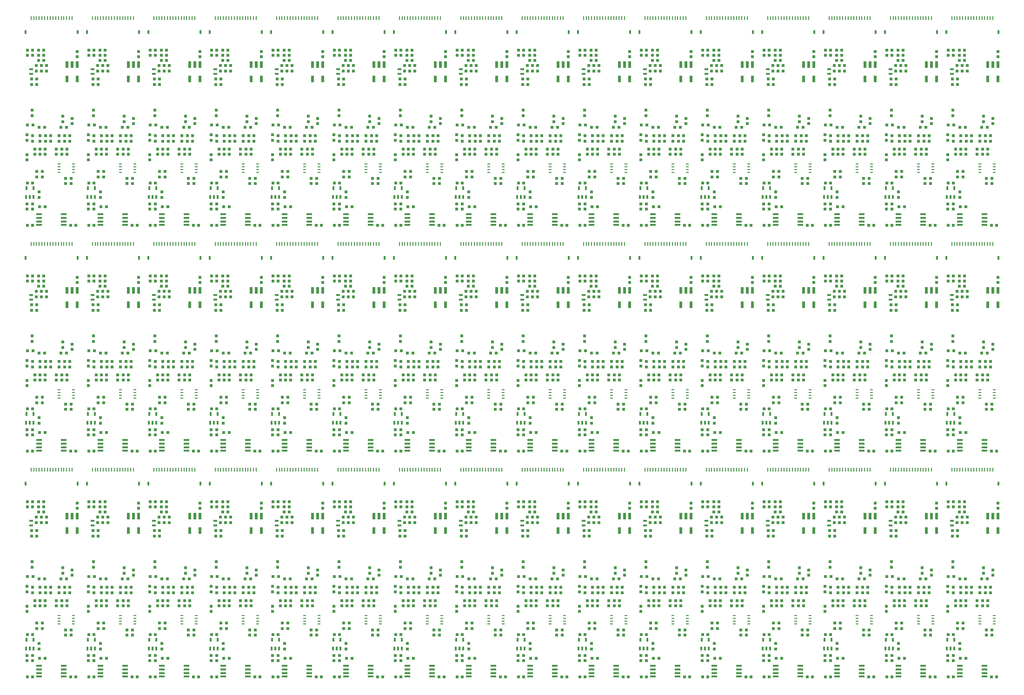
<source format=gbp>
G04 EAGLE Gerber RS-274X export*
G75*
%MOMM*%
%FSLAX34Y34*%
%LPD*%
%INSolderpaste Bottom*%
%IPPOS*%
%AMOC8*
5,1,8,0,0,1.08239X$1,22.5*%
G01*
%ADD10R,0.600000X0.600000*%
%ADD11R,0.400000X0.750000*%
%ADD12R,0.330200X0.685800*%
%ADD13R,0.500000X0.550000*%
%ADD14R,0.660400X0.355600*%
%ADD15R,0.550000X1.200000*%
%ADD16R,0.600000X0.250000*%
%ADD17R,0.400000X0.800000*%
%ADD18R,0.250000X0.650000*%
%ADD19R,1.100000X0.400000*%


D10*
X8970Y98425D03*
X18970Y98425D03*
D11*
X20470Y89530D03*
X7470Y89530D03*
D12*
X20701Y73025D03*
X13970Y73025D03*
X7239Y73025D03*
D10*
X18335Y60325D03*
X8335Y60325D03*
X18970Y21590D03*
X8970Y21590D03*
X80565Y200025D03*
X70565Y200025D03*
X90805Y206455D03*
X90805Y216455D03*
X73660Y210265D03*
X73660Y220265D03*
X86360Y184705D03*
X86360Y174705D03*
X67310Y184705D03*
X67310Y174705D03*
X76835Y184705D03*
X76835Y174705D03*
X36115Y119380D03*
X26115Y119380D03*
X26115Y109855D03*
X36115Y109855D03*
X17780Y221060D03*
X17780Y231060D03*
X30560Y200025D03*
X40560Y200025D03*
X19605Y204470D03*
X9605Y204470D03*
X8382Y150415D03*
X8382Y140415D03*
X41910Y160575D03*
X41910Y150575D03*
X22860Y160575D03*
X22860Y150575D03*
X32385Y160575D03*
X32385Y150575D03*
D13*
X32400Y184455D03*
X32400Y174955D03*
X18400Y174955D03*
X18400Y184455D03*
D10*
X52070Y184705D03*
X52070Y174705D03*
X42545Y184705D03*
X42545Y174705D03*
X8255Y176229D03*
X8255Y186229D03*
X18970Y340995D03*
X8970Y340995D03*
X8970Y331470D03*
X18970Y331470D03*
X17145Y278210D03*
X17145Y288210D03*
X26670Y278210D03*
X26670Y288210D03*
D14*
X16510Y305943D03*
X16510Y297307D03*
D10*
X34925Y302340D03*
X34925Y312340D03*
X44450Y302340D03*
X44450Y312340D03*
X29290Y321945D03*
X39290Y321945D03*
X29290Y331470D03*
X39290Y331470D03*
X29290Y340995D03*
X39290Y340995D03*
X25400Y302340D03*
X25400Y312340D03*
X62230Y160575D03*
X62230Y150575D03*
X81280Y160575D03*
X81280Y150575D03*
X71755Y160575D03*
X71755Y150575D03*
X87710Y21590D03*
X97710Y21590D03*
D15*
X81305Y313991D03*
X90805Y313991D03*
X100305Y313991D03*
X100305Y287989D03*
X81305Y287989D03*
D10*
X18335Y50800D03*
X8335Y50800D03*
X30480Y72470D03*
X30480Y82470D03*
X100330Y328375D03*
X100330Y338375D03*
D16*
X93260Y133230D03*
X93260Y128230D03*
X93260Y123230D03*
X93260Y118230D03*
X66760Y118230D03*
X66760Y123230D03*
X66760Y128230D03*
X66760Y133230D03*
D10*
X88820Y97790D03*
X78820Y97790D03*
X88820Y107315D03*
X78820Y107315D03*
D17*
X100840Y373945D03*
D18*
X90840Y398945D03*
X85840Y398945D03*
D17*
X5840Y373945D03*
D18*
X80840Y398945D03*
X75840Y398945D03*
X70840Y398945D03*
X65840Y398945D03*
X60840Y398945D03*
X55840Y398945D03*
X50840Y398945D03*
X45840Y398945D03*
X40840Y398945D03*
X35840Y398945D03*
X30840Y398945D03*
X25840Y398945D03*
X20840Y398945D03*
X15840Y398945D03*
D19*
X75840Y41500D03*
X75840Y35000D03*
X75840Y28500D03*
X75840Y22000D03*
X30840Y22000D03*
X30840Y28500D03*
X30840Y35000D03*
X30840Y41500D03*
D10*
X31195Y55245D03*
X41195Y55245D03*
X120730Y98425D03*
X130730Y98425D03*
D11*
X132230Y89530D03*
X119230Y89530D03*
D12*
X132461Y73025D03*
X125730Y73025D03*
X118999Y73025D03*
D10*
X130095Y60325D03*
X120095Y60325D03*
X130730Y21590D03*
X120730Y21590D03*
X192325Y200025D03*
X182325Y200025D03*
X202565Y206455D03*
X202565Y216455D03*
X185420Y210265D03*
X185420Y220265D03*
X198120Y184705D03*
X198120Y174705D03*
X179070Y184705D03*
X179070Y174705D03*
X188595Y184705D03*
X188595Y174705D03*
X147875Y119380D03*
X137875Y119380D03*
X137875Y109855D03*
X147875Y109855D03*
X129540Y221060D03*
X129540Y231060D03*
X142320Y200025D03*
X152320Y200025D03*
X131365Y204470D03*
X121365Y204470D03*
X120142Y150415D03*
X120142Y140415D03*
X153670Y160575D03*
X153670Y150575D03*
X134620Y160575D03*
X134620Y150575D03*
X144145Y160575D03*
X144145Y150575D03*
D13*
X144160Y184455D03*
X144160Y174955D03*
X130160Y174955D03*
X130160Y184455D03*
D10*
X163830Y184705D03*
X163830Y174705D03*
X154305Y184705D03*
X154305Y174705D03*
X120015Y176229D03*
X120015Y186229D03*
X130730Y340995D03*
X120730Y340995D03*
X120730Y331470D03*
X130730Y331470D03*
X128905Y278210D03*
X128905Y288210D03*
X138430Y278210D03*
X138430Y288210D03*
D14*
X128270Y305943D03*
X128270Y297307D03*
D10*
X146685Y302340D03*
X146685Y312340D03*
X156210Y302340D03*
X156210Y312340D03*
X141050Y321945D03*
X151050Y321945D03*
X141050Y331470D03*
X151050Y331470D03*
X141050Y340995D03*
X151050Y340995D03*
X137160Y302340D03*
X137160Y312340D03*
X173990Y160575D03*
X173990Y150575D03*
X193040Y160575D03*
X193040Y150575D03*
X183515Y160575D03*
X183515Y150575D03*
X199470Y21590D03*
X209470Y21590D03*
D15*
X193065Y313991D03*
X202565Y313991D03*
X212065Y313991D03*
X212065Y287989D03*
X193065Y287989D03*
D10*
X130095Y50800D03*
X120095Y50800D03*
X142240Y72470D03*
X142240Y82470D03*
X212090Y328375D03*
X212090Y338375D03*
D16*
X205020Y133230D03*
X205020Y128230D03*
X205020Y123230D03*
X205020Y118230D03*
X178520Y118230D03*
X178520Y123230D03*
X178520Y128230D03*
X178520Y133230D03*
D10*
X200580Y97790D03*
X190580Y97790D03*
X200580Y107315D03*
X190580Y107315D03*
D17*
X212600Y373945D03*
D18*
X202600Y398945D03*
X197600Y398945D03*
D17*
X117600Y373945D03*
D18*
X192600Y398945D03*
X187600Y398945D03*
X182600Y398945D03*
X177600Y398945D03*
X172600Y398945D03*
X167600Y398945D03*
X162600Y398945D03*
X157600Y398945D03*
X152600Y398945D03*
X147600Y398945D03*
X142600Y398945D03*
X137600Y398945D03*
X132600Y398945D03*
X127600Y398945D03*
D19*
X187600Y41500D03*
X187600Y35000D03*
X187600Y28500D03*
X187600Y22000D03*
X142600Y22000D03*
X142600Y28500D03*
X142600Y35000D03*
X142600Y41500D03*
D10*
X142955Y55245D03*
X152955Y55245D03*
X232490Y98425D03*
X242490Y98425D03*
D11*
X243990Y89530D03*
X230990Y89530D03*
D12*
X244221Y73025D03*
X237490Y73025D03*
X230759Y73025D03*
D10*
X241855Y60325D03*
X231855Y60325D03*
X242490Y21590D03*
X232490Y21590D03*
X304085Y200025D03*
X294085Y200025D03*
X314325Y206455D03*
X314325Y216455D03*
X297180Y210265D03*
X297180Y220265D03*
X309880Y184705D03*
X309880Y174705D03*
X290830Y184705D03*
X290830Y174705D03*
X300355Y184705D03*
X300355Y174705D03*
X259635Y119380D03*
X249635Y119380D03*
X249635Y109855D03*
X259635Y109855D03*
X241300Y221060D03*
X241300Y231060D03*
X254080Y200025D03*
X264080Y200025D03*
X243125Y204470D03*
X233125Y204470D03*
X231902Y150415D03*
X231902Y140415D03*
X265430Y160575D03*
X265430Y150575D03*
X246380Y160575D03*
X246380Y150575D03*
X255905Y160575D03*
X255905Y150575D03*
D13*
X255920Y184455D03*
X255920Y174955D03*
X241920Y174955D03*
X241920Y184455D03*
D10*
X275590Y184705D03*
X275590Y174705D03*
X266065Y184705D03*
X266065Y174705D03*
X231775Y176229D03*
X231775Y186229D03*
X242490Y340995D03*
X232490Y340995D03*
X232490Y331470D03*
X242490Y331470D03*
X240665Y278210D03*
X240665Y288210D03*
X250190Y278210D03*
X250190Y288210D03*
D14*
X240030Y305943D03*
X240030Y297307D03*
D10*
X258445Y302340D03*
X258445Y312340D03*
X267970Y302340D03*
X267970Y312340D03*
X252810Y321945D03*
X262810Y321945D03*
X252810Y331470D03*
X262810Y331470D03*
X252810Y340995D03*
X262810Y340995D03*
X248920Y302340D03*
X248920Y312340D03*
X285750Y160575D03*
X285750Y150575D03*
X304800Y160575D03*
X304800Y150575D03*
X295275Y160575D03*
X295275Y150575D03*
X311230Y21590D03*
X321230Y21590D03*
D15*
X304825Y313991D03*
X314325Y313991D03*
X323825Y313991D03*
X323825Y287989D03*
X304825Y287989D03*
D10*
X241855Y50800D03*
X231855Y50800D03*
X254000Y72470D03*
X254000Y82470D03*
X323850Y328375D03*
X323850Y338375D03*
D16*
X316780Y133230D03*
X316780Y128230D03*
X316780Y123230D03*
X316780Y118230D03*
X290280Y118230D03*
X290280Y123230D03*
X290280Y128230D03*
X290280Y133230D03*
D10*
X312340Y97790D03*
X302340Y97790D03*
X312340Y107315D03*
X302340Y107315D03*
D17*
X324360Y373945D03*
D18*
X314360Y398945D03*
X309360Y398945D03*
D17*
X229360Y373945D03*
D18*
X304360Y398945D03*
X299360Y398945D03*
X294360Y398945D03*
X289360Y398945D03*
X284360Y398945D03*
X279360Y398945D03*
X274360Y398945D03*
X269360Y398945D03*
X264360Y398945D03*
X259360Y398945D03*
X254360Y398945D03*
X249360Y398945D03*
X244360Y398945D03*
X239360Y398945D03*
D19*
X299360Y41500D03*
X299360Y35000D03*
X299360Y28500D03*
X299360Y22000D03*
X254360Y22000D03*
X254360Y28500D03*
X254360Y35000D03*
X254360Y41500D03*
D10*
X254715Y55245D03*
X264715Y55245D03*
X344250Y98425D03*
X354250Y98425D03*
D11*
X355750Y89530D03*
X342750Y89530D03*
D12*
X355981Y73025D03*
X349250Y73025D03*
X342519Y73025D03*
D10*
X353615Y60325D03*
X343615Y60325D03*
X354250Y21590D03*
X344250Y21590D03*
X415845Y200025D03*
X405845Y200025D03*
X426085Y206455D03*
X426085Y216455D03*
X408940Y210265D03*
X408940Y220265D03*
X421640Y184705D03*
X421640Y174705D03*
X402590Y184705D03*
X402590Y174705D03*
X412115Y184705D03*
X412115Y174705D03*
X371395Y119380D03*
X361395Y119380D03*
X361395Y109855D03*
X371395Y109855D03*
X353060Y221060D03*
X353060Y231060D03*
X365840Y200025D03*
X375840Y200025D03*
X354885Y204470D03*
X344885Y204470D03*
X343662Y150415D03*
X343662Y140415D03*
X377190Y160575D03*
X377190Y150575D03*
X358140Y160575D03*
X358140Y150575D03*
X367665Y160575D03*
X367665Y150575D03*
D13*
X367680Y184455D03*
X367680Y174955D03*
X353680Y174955D03*
X353680Y184455D03*
D10*
X387350Y184705D03*
X387350Y174705D03*
X377825Y184705D03*
X377825Y174705D03*
X343535Y176229D03*
X343535Y186229D03*
X354250Y340995D03*
X344250Y340995D03*
X344250Y331470D03*
X354250Y331470D03*
X352425Y278210D03*
X352425Y288210D03*
X361950Y278210D03*
X361950Y288210D03*
D14*
X351790Y305943D03*
X351790Y297307D03*
D10*
X370205Y302340D03*
X370205Y312340D03*
X379730Y302340D03*
X379730Y312340D03*
X364570Y321945D03*
X374570Y321945D03*
X364570Y331470D03*
X374570Y331470D03*
X364570Y340995D03*
X374570Y340995D03*
X360680Y302340D03*
X360680Y312340D03*
X397510Y160575D03*
X397510Y150575D03*
X416560Y160575D03*
X416560Y150575D03*
X407035Y160575D03*
X407035Y150575D03*
X422990Y21590D03*
X432990Y21590D03*
D15*
X416585Y313991D03*
X426085Y313991D03*
X435585Y313991D03*
X435585Y287989D03*
X416585Y287989D03*
D10*
X353615Y50800D03*
X343615Y50800D03*
X365760Y72470D03*
X365760Y82470D03*
X435610Y328375D03*
X435610Y338375D03*
D16*
X428540Y133230D03*
X428540Y128230D03*
X428540Y123230D03*
X428540Y118230D03*
X402040Y118230D03*
X402040Y123230D03*
X402040Y128230D03*
X402040Y133230D03*
D10*
X424100Y97790D03*
X414100Y97790D03*
X424100Y107315D03*
X414100Y107315D03*
D17*
X436120Y373945D03*
D18*
X426120Y398945D03*
X421120Y398945D03*
D17*
X341120Y373945D03*
D18*
X416120Y398945D03*
X411120Y398945D03*
X406120Y398945D03*
X401120Y398945D03*
X396120Y398945D03*
X391120Y398945D03*
X386120Y398945D03*
X381120Y398945D03*
X376120Y398945D03*
X371120Y398945D03*
X366120Y398945D03*
X361120Y398945D03*
X356120Y398945D03*
X351120Y398945D03*
D19*
X411120Y41500D03*
X411120Y35000D03*
X411120Y28500D03*
X411120Y22000D03*
X366120Y22000D03*
X366120Y28500D03*
X366120Y35000D03*
X366120Y41500D03*
D10*
X366475Y55245D03*
X376475Y55245D03*
X456010Y98425D03*
X466010Y98425D03*
D11*
X467510Y89530D03*
X454510Y89530D03*
D12*
X467741Y73025D03*
X461010Y73025D03*
X454279Y73025D03*
D10*
X465375Y60325D03*
X455375Y60325D03*
X466010Y21590D03*
X456010Y21590D03*
X527605Y200025D03*
X517605Y200025D03*
X537845Y206455D03*
X537845Y216455D03*
X520700Y210265D03*
X520700Y220265D03*
X533400Y184705D03*
X533400Y174705D03*
X514350Y184705D03*
X514350Y174705D03*
X523875Y184705D03*
X523875Y174705D03*
X483155Y119380D03*
X473155Y119380D03*
X473155Y109855D03*
X483155Y109855D03*
X464820Y221060D03*
X464820Y231060D03*
X477600Y200025D03*
X487600Y200025D03*
X466645Y204470D03*
X456645Y204470D03*
X455422Y150415D03*
X455422Y140415D03*
X488950Y160575D03*
X488950Y150575D03*
X469900Y160575D03*
X469900Y150575D03*
X479425Y160575D03*
X479425Y150575D03*
D13*
X479440Y184455D03*
X479440Y174955D03*
X465440Y174955D03*
X465440Y184455D03*
D10*
X499110Y184705D03*
X499110Y174705D03*
X489585Y184705D03*
X489585Y174705D03*
X455295Y176229D03*
X455295Y186229D03*
X466010Y340995D03*
X456010Y340995D03*
X456010Y331470D03*
X466010Y331470D03*
X464185Y278210D03*
X464185Y288210D03*
X473710Y278210D03*
X473710Y288210D03*
D14*
X463550Y305943D03*
X463550Y297307D03*
D10*
X481965Y302340D03*
X481965Y312340D03*
X491490Y302340D03*
X491490Y312340D03*
X476330Y321945D03*
X486330Y321945D03*
X476330Y331470D03*
X486330Y331470D03*
X476330Y340995D03*
X486330Y340995D03*
X472440Y302340D03*
X472440Y312340D03*
X509270Y160575D03*
X509270Y150575D03*
X528320Y160575D03*
X528320Y150575D03*
X518795Y160575D03*
X518795Y150575D03*
X534750Y21590D03*
X544750Y21590D03*
D15*
X528345Y313991D03*
X537845Y313991D03*
X547345Y313991D03*
X547345Y287989D03*
X528345Y287989D03*
D10*
X465375Y50800D03*
X455375Y50800D03*
X477520Y72470D03*
X477520Y82470D03*
X547370Y328375D03*
X547370Y338375D03*
D16*
X540300Y133230D03*
X540300Y128230D03*
X540300Y123230D03*
X540300Y118230D03*
X513800Y118230D03*
X513800Y123230D03*
X513800Y128230D03*
X513800Y133230D03*
D10*
X535860Y97790D03*
X525860Y97790D03*
X535860Y107315D03*
X525860Y107315D03*
D17*
X547880Y373945D03*
D18*
X537880Y398945D03*
X532880Y398945D03*
D17*
X452880Y373945D03*
D18*
X527880Y398945D03*
X522880Y398945D03*
X517880Y398945D03*
X512880Y398945D03*
X507880Y398945D03*
X502880Y398945D03*
X497880Y398945D03*
X492880Y398945D03*
X487880Y398945D03*
X482880Y398945D03*
X477880Y398945D03*
X472880Y398945D03*
X467880Y398945D03*
X462880Y398945D03*
D19*
X522880Y41500D03*
X522880Y35000D03*
X522880Y28500D03*
X522880Y22000D03*
X477880Y22000D03*
X477880Y28500D03*
X477880Y35000D03*
X477880Y41500D03*
D10*
X478235Y55245D03*
X488235Y55245D03*
X567770Y98425D03*
X577770Y98425D03*
D11*
X579270Y89530D03*
X566270Y89530D03*
D12*
X579501Y73025D03*
X572770Y73025D03*
X566039Y73025D03*
D10*
X577135Y60325D03*
X567135Y60325D03*
X577770Y21590D03*
X567770Y21590D03*
X639365Y200025D03*
X629365Y200025D03*
X649605Y206455D03*
X649605Y216455D03*
X632460Y210265D03*
X632460Y220265D03*
X645160Y184705D03*
X645160Y174705D03*
X626110Y184705D03*
X626110Y174705D03*
X635635Y184705D03*
X635635Y174705D03*
X594915Y119380D03*
X584915Y119380D03*
X584915Y109855D03*
X594915Y109855D03*
X576580Y221060D03*
X576580Y231060D03*
X589360Y200025D03*
X599360Y200025D03*
X578405Y204470D03*
X568405Y204470D03*
X567182Y150415D03*
X567182Y140415D03*
X600710Y160575D03*
X600710Y150575D03*
X581660Y160575D03*
X581660Y150575D03*
X591185Y160575D03*
X591185Y150575D03*
D13*
X591200Y184455D03*
X591200Y174955D03*
X577200Y174955D03*
X577200Y184455D03*
D10*
X610870Y184705D03*
X610870Y174705D03*
X601345Y184705D03*
X601345Y174705D03*
X567055Y176229D03*
X567055Y186229D03*
X577770Y340995D03*
X567770Y340995D03*
X567770Y331470D03*
X577770Y331470D03*
X575945Y278210D03*
X575945Y288210D03*
X585470Y278210D03*
X585470Y288210D03*
D14*
X575310Y305943D03*
X575310Y297307D03*
D10*
X593725Y302340D03*
X593725Y312340D03*
X603250Y302340D03*
X603250Y312340D03*
X588090Y321945D03*
X598090Y321945D03*
X588090Y331470D03*
X598090Y331470D03*
X588090Y340995D03*
X598090Y340995D03*
X584200Y302340D03*
X584200Y312340D03*
X621030Y160575D03*
X621030Y150575D03*
X640080Y160575D03*
X640080Y150575D03*
X630555Y160575D03*
X630555Y150575D03*
X646510Y21590D03*
X656510Y21590D03*
D15*
X640105Y313991D03*
X649605Y313991D03*
X659105Y313991D03*
X659105Y287989D03*
X640105Y287989D03*
D10*
X577135Y50800D03*
X567135Y50800D03*
X589280Y72470D03*
X589280Y82470D03*
X659130Y328375D03*
X659130Y338375D03*
D16*
X652060Y133230D03*
X652060Y128230D03*
X652060Y123230D03*
X652060Y118230D03*
X625560Y118230D03*
X625560Y123230D03*
X625560Y128230D03*
X625560Y133230D03*
D10*
X647620Y97790D03*
X637620Y97790D03*
X647620Y107315D03*
X637620Y107315D03*
D17*
X659640Y373945D03*
D18*
X649640Y398945D03*
X644640Y398945D03*
D17*
X564640Y373945D03*
D18*
X639640Y398945D03*
X634640Y398945D03*
X629640Y398945D03*
X624640Y398945D03*
X619640Y398945D03*
X614640Y398945D03*
X609640Y398945D03*
X604640Y398945D03*
X599640Y398945D03*
X594640Y398945D03*
X589640Y398945D03*
X584640Y398945D03*
X579640Y398945D03*
X574640Y398945D03*
D19*
X634640Y41500D03*
X634640Y35000D03*
X634640Y28500D03*
X634640Y22000D03*
X589640Y22000D03*
X589640Y28500D03*
X589640Y35000D03*
X589640Y41500D03*
D10*
X589995Y55245D03*
X599995Y55245D03*
X679530Y98425D03*
X689530Y98425D03*
D11*
X691030Y89530D03*
X678030Y89530D03*
D12*
X691261Y73025D03*
X684530Y73025D03*
X677799Y73025D03*
D10*
X688895Y60325D03*
X678895Y60325D03*
X689530Y21590D03*
X679530Y21590D03*
X751125Y200025D03*
X741125Y200025D03*
X761365Y206455D03*
X761365Y216455D03*
X744220Y210265D03*
X744220Y220265D03*
X756920Y184705D03*
X756920Y174705D03*
X737870Y184705D03*
X737870Y174705D03*
X747395Y184705D03*
X747395Y174705D03*
X706675Y119380D03*
X696675Y119380D03*
X696675Y109855D03*
X706675Y109855D03*
X688340Y221060D03*
X688340Y231060D03*
X701120Y200025D03*
X711120Y200025D03*
X690165Y204470D03*
X680165Y204470D03*
X678942Y150415D03*
X678942Y140415D03*
X712470Y160575D03*
X712470Y150575D03*
X693420Y160575D03*
X693420Y150575D03*
X702945Y160575D03*
X702945Y150575D03*
D13*
X702960Y184455D03*
X702960Y174955D03*
X688960Y174955D03*
X688960Y184455D03*
D10*
X722630Y184705D03*
X722630Y174705D03*
X713105Y184705D03*
X713105Y174705D03*
X678815Y176229D03*
X678815Y186229D03*
X689530Y340995D03*
X679530Y340995D03*
X679530Y331470D03*
X689530Y331470D03*
X687705Y278210D03*
X687705Y288210D03*
X697230Y278210D03*
X697230Y288210D03*
D14*
X687070Y305943D03*
X687070Y297307D03*
D10*
X705485Y302340D03*
X705485Y312340D03*
X715010Y302340D03*
X715010Y312340D03*
X699850Y321945D03*
X709850Y321945D03*
X699850Y331470D03*
X709850Y331470D03*
X699850Y340995D03*
X709850Y340995D03*
X695960Y302340D03*
X695960Y312340D03*
X732790Y160575D03*
X732790Y150575D03*
X751840Y160575D03*
X751840Y150575D03*
X742315Y160575D03*
X742315Y150575D03*
X758270Y21590D03*
X768270Y21590D03*
D15*
X751865Y313991D03*
X761365Y313991D03*
X770865Y313991D03*
X770865Y287989D03*
X751865Y287989D03*
D10*
X688895Y50800D03*
X678895Y50800D03*
X701040Y72470D03*
X701040Y82470D03*
X770890Y328375D03*
X770890Y338375D03*
D16*
X763820Y133230D03*
X763820Y128230D03*
X763820Y123230D03*
X763820Y118230D03*
X737320Y118230D03*
X737320Y123230D03*
X737320Y128230D03*
X737320Y133230D03*
D10*
X759380Y97790D03*
X749380Y97790D03*
X759380Y107315D03*
X749380Y107315D03*
D17*
X771400Y373945D03*
D18*
X761400Y398945D03*
X756400Y398945D03*
D17*
X676400Y373945D03*
D18*
X751400Y398945D03*
X746400Y398945D03*
X741400Y398945D03*
X736400Y398945D03*
X731400Y398945D03*
X726400Y398945D03*
X721400Y398945D03*
X716400Y398945D03*
X711400Y398945D03*
X706400Y398945D03*
X701400Y398945D03*
X696400Y398945D03*
X691400Y398945D03*
X686400Y398945D03*
D19*
X746400Y41500D03*
X746400Y35000D03*
X746400Y28500D03*
X746400Y22000D03*
X701400Y22000D03*
X701400Y28500D03*
X701400Y35000D03*
X701400Y41500D03*
D10*
X701755Y55245D03*
X711755Y55245D03*
X791290Y98425D03*
X801290Y98425D03*
D11*
X802790Y89530D03*
X789790Y89530D03*
D12*
X803021Y73025D03*
X796290Y73025D03*
X789559Y73025D03*
D10*
X800655Y60325D03*
X790655Y60325D03*
X801290Y21590D03*
X791290Y21590D03*
X862885Y200025D03*
X852885Y200025D03*
X873125Y206455D03*
X873125Y216455D03*
X855980Y210265D03*
X855980Y220265D03*
X868680Y184705D03*
X868680Y174705D03*
X849630Y184705D03*
X849630Y174705D03*
X859155Y184705D03*
X859155Y174705D03*
X818435Y119380D03*
X808435Y119380D03*
X808435Y109855D03*
X818435Y109855D03*
X800100Y221060D03*
X800100Y231060D03*
X812880Y200025D03*
X822880Y200025D03*
X801925Y204470D03*
X791925Y204470D03*
X790702Y150415D03*
X790702Y140415D03*
X824230Y160575D03*
X824230Y150575D03*
X805180Y160575D03*
X805180Y150575D03*
X814705Y160575D03*
X814705Y150575D03*
D13*
X814720Y184455D03*
X814720Y174955D03*
X800720Y174955D03*
X800720Y184455D03*
D10*
X834390Y184705D03*
X834390Y174705D03*
X824865Y184705D03*
X824865Y174705D03*
X790575Y176229D03*
X790575Y186229D03*
X801290Y340995D03*
X791290Y340995D03*
X791290Y331470D03*
X801290Y331470D03*
X799465Y278210D03*
X799465Y288210D03*
X808990Y278210D03*
X808990Y288210D03*
D14*
X798830Y305943D03*
X798830Y297307D03*
D10*
X817245Y302340D03*
X817245Y312340D03*
X826770Y302340D03*
X826770Y312340D03*
X811610Y321945D03*
X821610Y321945D03*
X811610Y331470D03*
X821610Y331470D03*
X811610Y340995D03*
X821610Y340995D03*
X807720Y302340D03*
X807720Y312340D03*
X844550Y160575D03*
X844550Y150575D03*
X863600Y160575D03*
X863600Y150575D03*
X854075Y160575D03*
X854075Y150575D03*
X870030Y21590D03*
X880030Y21590D03*
D15*
X863625Y313991D03*
X873125Y313991D03*
X882625Y313991D03*
X882625Y287989D03*
X863625Y287989D03*
D10*
X800655Y50800D03*
X790655Y50800D03*
X812800Y72470D03*
X812800Y82470D03*
X882650Y328375D03*
X882650Y338375D03*
D16*
X875580Y133230D03*
X875580Y128230D03*
X875580Y123230D03*
X875580Y118230D03*
X849080Y118230D03*
X849080Y123230D03*
X849080Y128230D03*
X849080Y133230D03*
D10*
X871140Y97790D03*
X861140Y97790D03*
X871140Y107315D03*
X861140Y107315D03*
D17*
X883160Y373945D03*
D18*
X873160Y398945D03*
X868160Y398945D03*
D17*
X788160Y373945D03*
D18*
X863160Y398945D03*
X858160Y398945D03*
X853160Y398945D03*
X848160Y398945D03*
X843160Y398945D03*
X838160Y398945D03*
X833160Y398945D03*
X828160Y398945D03*
X823160Y398945D03*
X818160Y398945D03*
X813160Y398945D03*
X808160Y398945D03*
X803160Y398945D03*
X798160Y398945D03*
D19*
X858160Y41500D03*
X858160Y35000D03*
X858160Y28500D03*
X858160Y22000D03*
X813160Y22000D03*
X813160Y28500D03*
X813160Y35000D03*
X813160Y41500D03*
D10*
X813515Y55245D03*
X823515Y55245D03*
X903050Y98425D03*
X913050Y98425D03*
D11*
X914550Y89530D03*
X901550Y89530D03*
D12*
X914781Y73025D03*
X908050Y73025D03*
X901319Y73025D03*
D10*
X912415Y60325D03*
X902415Y60325D03*
X913050Y21590D03*
X903050Y21590D03*
X974645Y200025D03*
X964645Y200025D03*
X984885Y206455D03*
X984885Y216455D03*
X967740Y210265D03*
X967740Y220265D03*
X980440Y184705D03*
X980440Y174705D03*
X961390Y184705D03*
X961390Y174705D03*
X970915Y184705D03*
X970915Y174705D03*
X930195Y119380D03*
X920195Y119380D03*
X920195Y109855D03*
X930195Y109855D03*
X911860Y221060D03*
X911860Y231060D03*
X924640Y200025D03*
X934640Y200025D03*
X913685Y204470D03*
X903685Y204470D03*
X902462Y150415D03*
X902462Y140415D03*
X935990Y160575D03*
X935990Y150575D03*
X916940Y160575D03*
X916940Y150575D03*
X926465Y160575D03*
X926465Y150575D03*
D13*
X926480Y184455D03*
X926480Y174955D03*
X912480Y174955D03*
X912480Y184455D03*
D10*
X946150Y184705D03*
X946150Y174705D03*
X936625Y184705D03*
X936625Y174705D03*
X902335Y176229D03*
X902335Y186229D03*
X913050Y340995D03*
X903050Y340995D03*
X903050Y331470D03*
X913050Y331470D03*
X911225Y278210D03*
X911225Y288210D03*
X920750Y278210D03*
X920750Y288210D03*
D14*
X910590Y305943D03*
X910590Y297307D03*
D10*
X929005Y302340D03*
X929005Y312340D03*
X938530Y302340D03*
X938530Y312340D03*
X923370Y321945D03*
X933370Y321945D03*
X923370Y331470D03*
X933370Y331470D03*
X923370Y340995D03*
X933370Y340995D03*
X919480Y302340D03*
X919480Y312340D03*
X956310Y160575D03*
X956310Y150575D03*
X975360Y160575D03*
X975360Y150575D03*
X965835Y160575D03*
X965835Y150575D03*
X981790Y21590D03*
X991790Y21590D03*
D15*
X975385Y313991D03*
X984885Y313991D03*
X994385Y313991D03*
X994385Y287989D03*
X975385Y287989D03*
D10*
X912415Y50800D03*
X902415Y50800D03*
X924560Y72470D03*
X924560Y82470D03*
X994410Y328375D03*
X994410Y338375D03*
D16*
X987340Y133230D03*
X987340Y128230D03*
X987340Y123230D03*
X987340Y118230D03*
X960840Y118230D03*
X960840Y123230D03*
X960840Y128230D03*
X960840Y133230D03*
D10*
X982900Y97790D03*
X972900Y97790D03*
X982900Y107315D03*
X972900Y107315D03*
D17*
X994920Y373945D03*
D18*
X984920Y398945D03*
X979920Y398945D03*
D17*
X899920Y373945D03*
D18*
X974920Y398945D03*
X969920Y398945D03*
X964920Y398945D03*
X959920Y398945D03*
X954920Y398945D03*
X949920Y398945D03*
X944920Y398945D03*
X939920Y398945D03*
X934920Y398945D03*
X929920Y398945D03*
X924920Y398945D03*
X919920Y398945D03*
X914920Y398945D03*
X909920Y398945D03*
D19*
X969920Y41500D03*
X969920Y35000D03*
X969920Y28500D03*
X969920Y22000D03*
X924920Y22000D03*
X924920Y28500D03*
X924920Y35000D03*
X924920Y41500D03*
D10*
X925275Y55245D03*
X935275Y55245D03*
X1014810Y98425D03*
X1024810Y98425D03*
D11*
X1026310Y89530D03*
X1013310Y89530D03*
D12*
X1026541Y73025D03*
X1019810Y73025D03*
X1013079Y73025D03*
D10*
X1024175Y60325D03*
X1014175Y60325D03*
X1024810Y21590D03*
X1014810Y21590D03*
X1086405Y200025D03*
X1076405Y200025D03*
X1096645Y206455D03*
X1096645Y216455D03*
X1079500Y210265D03*
X1079500Y220265D03*
X1092200Y184705D03*
X1092200Y174705D03*
X1073150Y184705D03*
X1073150Y174705D03*
X1082675Y184705D03*
X1082675Y174705D03*
X1041955Y119380D03*
X1031955Y119380D03*
X1031955Y109855D03*
X1041955Y109855D03*
X1023620Y221060D03*
X1023620Y231060D03*
X1036400Y200025D03*
X1046400Y200025D03*
X1025445Y204470D03*
X1015445Y204470D03*
X1014222Y150415D03*
X1014222Y140415D03*
X1047750Y160575D03*
X1047750Y150575D03*
X1028700Y160575D03*
X1028700Y150575D03*
X1038225Y160575D03*
X1038225Y150575D03*
D13*
X1038240Y184455D03*
X1038240Y174955D03*
X1024240Y174955D03*
X1024240Y184455D03*
D10*
X1057910Y184705D03*
X1057910Y174705D03*
X1048385Y184705D03*
X1048385Y174705D03*
X1014095Y176229D03*
X1014095Y186229D03*
X1024810Y340995D03*
X1014810Y340995D03*
X1014810Y331470D03*
X1024810Y331470D03*
X1022985Y278210D03*
X1022985Y288210D03*
X1032510Y278210D03*
X1032510Y288210D03*
D14*
X1022350Y305943D03*
X1022350Y297307D03*
D10*
X1040765Y302340D03*
X1040765Y312340D03*
X1050290Y302340D03*
X1050290Y312340D03*
X1035130Y321945D03*
X1045130Y321945D03*
X1035130Y331470D03*
X1045130Y331470D03*
X1035130Y340995D03*
X1045130Y340995D03*
X1031240Y302340D03*
X1031240Y312340D03*
X1068070Y160575D03*
X1068070Y150575D03*
X1087120Y160575D03*
X1087120Y150575D03*
X1077595Y160575D03*
X1077595Y150575D03*
X1093550Y21590D03*
X1103550Y21590D03*
D15*
X1087145Y313991D03*
X1096645Y313991D03*
X1106145Y313991D03*
X1106145Y287989D03*
X1087145Y287989D03*
D10*
X1024175Y50800D03*
X1014175Y50800D03*
X1036320Y72470D03*
X1036320Y82470D03*
X1106170Y328375D03*
X1106170Y338375D03*
D16*
X1099100Y133230D03*
X1099100Y128230D03*
X1099100Y123230D03*
X1099100Y118230D03*
X1072600Y118230D03*
X1072600Y123230D03*
X1072600Y128230D03*
X1072600Y133230D03*
D10*
X1094660Y97790D03*
X1084660Y97790D03*
X1094660Y107315D03*
X1084660Y107315D03*
D17*
X1106680Y373945D03*
D18*
X1096680Y398945D03*
X1091680Y398945D03*
D17*
X1011680Y373945D03*
D18*
X1086680Y398945D03*
X1081680Y398945D03*
X1076680Y398945D03*
X1071680Y398945D03*
X1066680Y398945D03*
X1061680Y398945D03*
X1056680Y398945D03*
X1051680Y398945D03*
X1046680Y398945D03*
X1041680Y398945D03*
X1036680Y398945D03*
X1031680Y398945D03*
X1026680Y398945D03*
X1021680Y398945D03*
D19*
X1081680Y41500D03*
X1081680Y35000D03*
X1081680Y28500D03*
X1081680Y22000D03*
X1036680Y22000D03*
X1036680Y28500D03*
X1036680Y35000D03*
X1036680Y41500D03*
D10*
X1037035Y55245D03*
X1047035Y55245D03*
X1126570Y98425D03*
X1136570Y98425D03*
D11*
X1138070Y89530D03*
X1125070Y89530D03*
D12*
X1138301Y73025D03*
X1131570Y73025D03*
X1124839Y73025D03*
D10*
X1135935Y60325D03*
X1125935Y60325D03*
X1136570Y21590D03*
X1126570Y21590D03*
X1198165Y200025D03*
X1188165Y200025D03*
X1208405Y206455D03*
X1208405Y216455D03*
X1191260Y210265D03*
X1191260Y220265D03*
X1203960Y184705D03*
X1203960Y174705D03*
X1184910Y184705D03*
X1184910Y174705D03*
X1194435Y184705D03*
X1194435Y174705D03*
X1153715Y119380D03*
X1143715Y119380D03*
X1143715Y109855D03*
X1153715Y109855D03*
X1135380Y221060D03*
X1135380Y231060D03*
X1148160Y200025D03*
X1158160Y200025D03*
X1137205Y204470D03*
X1127205Y204470D03*
X1125982Y150415D03*
X1125982Y140415D03*
X1159510Y160575D03*
X1159510Y150575D03*
X1140460Y160575D03*
X1140460Y150575D03*
X1149985Y160575D03*
X1149985Y150575D03*
D13*
X1150000Y184455D03*
X1150000Y174955D03*
X1136000Y174955D03*
X1136000Y184455D03*
D10*
X1169670Y184705D03*
X1169670Y174705D03*
X1160145Y184705D03*
X1160145Y174705D03*
X1125855Y176229D03*
X1125855Y186229D03*
X1136570Y340995D03*
X1126570Y340995D03*
X1126570Y331470D03*
X1136570Y331470D03*
X1134745Y278210D03*
X1134745Y288210D03*
X1144270Y278210D03*
X1144270Y288210D03*
D14*
X1134110Y305943D03*
X1134110Y297307D03*
D10*
X1152525Y302340D03*
X1152525Y312340D03*
X1162050Y302340D03*
X1162050Y312340D03*
X1146890Y321945D03*
X1156890Y321945D03*
X1146890Y331470D03*
X1156890Y331470D03*
X1146890Y340995D03*
X1156890Y340995D03*
X1143000Y302340D03*
X1143000Y312340D03*
X1179830Y160575D03*
X1179830Y150575D03*
X1198880Y160575D03*
X1198880Y150575D03*
X1189355Y160575D03*
X1189355Y150575D03*
X1205310Y21590D03*
X1215310Y21590D03*
D15*
X1198905Y313991D03*
X1208405Y313991D03*
X1217905Y313991D03*
X1217905Y287989D03*
X1198905Y287989D03*
D10*
X1135935Y50800D03*
X1125935Y50800D03*
X1148080Y72470D03*
X1148080Y82470D03*
X1217930Y328375D03*
X1217930Y338375D03*
D16*
X1210860Y133230D03*
X1210860Y128230D03*
X1210860Y123230D03*
X1210860Y118230D03*
X1184360Y118230D03*
X1184360Y123230D03*
X1184360Y128230D03*
X1184360Y133230D03*
D10*
X1206420Y97790D03*
X1196420Y97790D03*
X1206420Y107315D03*
X1196420Y107315D03*
D17*
X1218440Y373945D03*
D18*
X1208440Y398945D03*
X1203440Y398945D03*
D17*
X1123440Y373945D03*
D18*
X1198440Y398945D03*
X1193440Y398945D03*
X1188440Y398945D03*
X1183440Y398945D03*
X1178440Y398945D03*
X1173440Y398945D03*
X1168440Y398945D03*
X1163440Y398945D03*
X1158440Y398945D03*
X1153440Y398945D03*
X1148440Y398945D03*
X1143440Y398945D03*
X1138440Y398945D03*
X1133440Y398945D03*
D19*
X1193440Y41500D03*
X1193440Y35000D03*
X1193440Y28500D03*
X1193440Y22000D03*
X1148440Y22000D03*
X1148440Y28500D03*
X1148440Y35000D03*
X1148440Y41500D03*
D10*
X1148795Y55245D03*
X1158795Y55245D03*
X1238330Y98425D03*
X1248330Y98425D03*
D11*
X1249830Y89530D03*
X1236830Y89530D03*
D12*
X1250061Y73025D03*
X1243330Y73025D03*
X1236599Y73025D03*
D10*
X1247695Y60325D03*
X1237695Y60325D03*
X1248330Y21590D03*
X1238330Y21590D03*
X1309925Y200025D03*
X1299925Y200025D03*
X1320165Y206455D03*
X1320165Y216455D03*
X1303020Y210265D03*
X1303020Y220265D03*
X1315720Y184705D03*
X1315720Y174705D03*
X1296670Y184705D03*
X1296670Y174705D03*
X1306195Y184705D03*
X1306195Y174705D03*
X1265475Y119380D03*
X1255475Y119380D03*
X1255475Y109855D03*
X1265475Y109855D03*
X1247140Y221060D03*
X1247140Y231060D03*
X1259920Y200025D03*
X1269920Y200025D03*
X1248965Y204470D03*
X1238965Y204470D03*
X1237742Y150415D03*
X1237742Y140415D03*
X1271270Y160575D03*
X1271270Y150575D03*
X1252220Y160575D03*
X1252220Y150575D03*
X1261745Y160575D03*
X1261745Y150575D03*
D13*
X1261760Y184455D03*
X1261760Y174955D03*
X1247760Y174955D03*
X1247760Y184455D03*
D10*
X1281430Y184705D03*
X1281430Y174705D03*
X1271905Y184705D03*
X1271905Y174705D03*
X1237615Y176229D03*
X1237615Y186229D03*
X1248330Y340995D03*
X1238330Y340995D03*
X1238330Y331470D03*
X1248330Y331470D03*
X1246505Y278210D03*
X1246505Y288210D03*
X1256030Y278210D03*
X1256030Y288210D03*
D14*
X1245870Y305943D03*
X1245870Y297307D03*
D10*
X1264285Y302340D03*
X1264285Y312340D03*
X1273810Y302340D03*
X1273810Y312340D03*
X1258650Y321945D03*
X1268650Y321945D03*
X1258650Y331470D03*
X1268650Y331470D03*
X1258650Y340995D03*
X1268650Y340995D03*
X1254760Y302340D03*
X1254760Y312340D03*
X1291590Y160575D03*
X1291590Y150575D03*
X1310640Y160575D03*
X1310640Y150575D03*
X1301115Y160575D03*
X1301115Y150575D03*
X1317070Y21590D03*
X1327070Y21590D03*
D15*
X1310665Y313991D03*
X1320165Y313991D03*
X1329665Y313991D03*
X1329665Y287989D03*
X1310665Y287989D03*
D10*
X1247695Y50800D03*
X1237695Y50800D03*
X1259840Y72470D03*
X1259840Y82470D03*
X1329690Y328375D03*
X1329690Y338375D03*
D16*
X1322620Y133230D03*
X1322620Y128230D03*
X1322620Y123230D03*
X1322620Y118230D03*
X1296120Y118230D03*
X1296120Y123230D03*
X1296120Y128230D03*
X1296120Y133230D03*
D10*
X1318180Y97790D03*
X1308180Y97790D03*
X1318180Y107315D03*
X1308180Y107315D03*
D17*
X1330200Y373945D03*
D18*
X1320200Y398945D03*
X1315200Y398945D03*
D17*
X1235200Y373945D03*
D18*
X1310200Y398945D03*
X1305200Y398945D03*
X1300200Y398945D03*
X1295200Y398945D03*
X1290200Y398945D03*
X1285200Y398945D03*
X1280200Y398945D03*
X1275200Y398945D03*
X1270200Y398945D03*
X1265200Y398945D03*
X1260200Y398945D03*
X1255200Y398945D03*
X1250200Y398945D03*
X1245200Y398945D03*
D19*
X1305200Y41500D03*
X1305200Y35000D03*
X1305200Y28500D03*
X1305200Y22000D03*
X1260200Y22000D03*
X1260200Y28500D03*
X1260200Y35000D03*
X1260200Y41500D03*
D10*
X1260555Y55245D03*
X1270555Y55245D03*
X1350090Y98425D03*
X1360090Y98425D03*
D11*
X1361590Y89530D03*
X1348590Y89530D03*
D12*
X1361821Y73025D03*
X1355090Y73025D03*
X1348359Y73025D03*
D10*
X1359455Y60325D03*
X1349455Y60325D03*
X1360090Y21590D03*
X1350090Y21590D03*
X1421685Y200025D03*
X1411685Y200025D03*
X1431925Y206455D03*
X1431925Y216455D03*
X1414780Y210265D03*
X1414780Y220265D03*
X1427480Y184705D03*
X1427480Y174705D03*
X1408430Y184705D03*
X1408430Y174705D03*
X1417955Y184705D03*
X1417955Y174705D03*
X1377235Y119380D03*
X1367235Y119380D03*
X1367235Y109855D03*
X1377235Y109855D03*
X1358900Y221060D03*
X1358900Y231060D03*
X1371680Y200025D03*
X1381680Y200025D03*
X1360725Y204470D03*
X1350725Y204470D03*
X1349502Y150415D03*
X1349502Y140415D03*
X1383030Y160575D03*
X1383030Y150575D03*
X1363980Y160575D03*
X1363980Y150575D03*
X1373505Y160575D03*
X1373505Y150575D03*
D13*
X1373520Y184455D03*
X1373520Y174955D03*
X1359520Y174955D03*
X1359520Y184455D03*
D10*
X1393190Y184705D03*
X1393190Y174705D03*
X1383665Y184705D03*
X1383665Y174705D03*
X1349375Y176229D03*
X1349375Y186229D03*
X1360090Y340995D03*
X1350090Y340995D03*
X1350090Y331470D03*
X1360090Y331470D03*
X1358265Y278210D03*
X1358265Y288210D03*
X1367790Y278210D03*
X1367790Y288210D03*
D14*
X1357630Y305943D03*
X1357630Y297307D03*
D10*
X1376045Y302340D03*
X1376045Y312340D03*
X1385570Y302340D03*
X1385570Y312340D03*
X1370410Y321945D03*
X1380410Y321945D03*
X1370410Y331470D03*
X1380410Y331470D03*
X1370410Y340995D03*
X1380410Y340995D03*
X1366520Y302340D03*
X1366520Y312340D03*
X1403350Y160575D03*
X1403350Y150575D03*
X1422400Y160575D03*
X1422400Y150575D03*
X1412875Y160575D03*
X1412875Y150575D03*
X1428830Y21590D03*
X1438830Y21590D03*
D15*
X1422425Y313991D03*
X1431925Y313991D03*
X1441425Y313991D03*
X1441425Y287989D03*
X1422425Y287989D03*
D10*
X1359455Y50800D03*
X1349455Y50800D03*
X1371600Y72470D03*
X1371600Y82470D03*
X1441450Y328375D03*
X1441450Y338375D03*
D16*
X1434380Y133230D03*
X1434380Y128230D03*
X1434380Y123230D03*
X1434380Y118230D03*
X1407880Y118230D03*
X1407880Y123230D03*
X1407880Y128230D03*
X1407880Y133230D03*
D10*
X1429940Y97790D03*
X1419940Y97790D03*
X1429940Y107315D03*
X1419940Y107315D03*
D17*
X1441960Y373945D03*
D18*
X1431960Y398945D03*
X1426960Y398945D03*
D17*
X1346960Y373945D03*
D18*
X1421960Y398945D03*
X1416960Y398945D03*
X1411960Y398945D03*
X1406960Y398945D03*
X1401960Y398945D03*
X1396960Y398945D03*
X1391960Y398945D03*
X1386960Y398945D03*
X1381960Y398945D03*
X1376960Y398945D03*
X1371960Y398945D03*
X1366960Y398945D03*
X1361960Y398945D03*
X1356960Y398945D03*
D19*
X1416960Y41500D03*
X1416960Y35000D03*
X1416960Y28500D03*
X1416960Y22000D03*
X1371960Y22000D03*
X1371960Y28500D03*
X1371960Y35000D03*
X1371960Y41500D03*
D10*
X1372315Y55245D03*
X1382315Y55245D03*
X1461850Y98425D03*
X1471850Y98425D03*
D11*
X1473350Y89530D03*
X1460350Y89530D03*
D12*
X1473581Y73025D03*
X1466850Y73025D03*
X1460119Y73025D03*
D10*
X1471215Y60325D03*
X1461215Y60325D03*
X1471850Y21590D03*
X1461850Y21590D03*
X1533445Y200025D03*
X1523445Y200025D03*
X1543685Y206455D03*
X1543685Y216455D03*
X1526540Y210265D03*
X1526540Y220265D03*
X1539240Y184705D03*
X1539240Y174705D03*
X1520190Y184705D03*
X1520190Y174705D03*
X1529715Y184705D03*
X1529715Y174705D03*
X1488995Y119380D03*
X1478995Y119380D03*
X1478995Y109855D03*
X1488995Y109855D03*
X1470660Y221060D03*
X1470660Y231060D03*
X1483440Y200025D03*
X1493440Y200025D03*
X1472485Y204470D03*
X1462485Y204470D03*
X1461262Y150415D03*
X1461262Y140415D03*
X1494790Y160575D03*
X1494790Y150575D03*
X1475740Y160575D03*
X1475740Y150575D03*
X1485265Y160575D03*
X1485265Y150575D03*
D13*
X1485280Y184455D03*
X1485280Y174955D03*
X1471280Y174955D03*
X1471280Y184455D03*
D10*
X1504950Y184705D03*
X1504950Y174705D03*
X1495425Y184705D03*
X1495425Y174705D03*
X1461135Y176229D03*
X1461135Y186229D03*
X1471850Y340995D03*
X1461850Y340995D03*
X1461850Y331470D03*
X1471850Y331470D03*
X1470025Y278210D03*
X1470025Y288210D03*
X1479550Y278210D03*
X1479550Y288210D03*
D14*
X1469390Y305943D03*
X1469390Y297307D03*
D10*
X1487805Y302340D03*
X1487805Y312340D03*
X1497330Y302340D03*
X1497330Y312340D03*
X1482170Y321945D03*
X1492170Y321945D03*
X1482170Y331470D03*
X1492170Y331470D03*
X1482170Y340995D03*
X1492170Y340995D03*
X1478280Y302340D03*
X1478280Y312340D03*
X1515110Y160575D03*
X1515110Y150575D03*
X1534160Y160575D03*
X1534160Y150575D03*
X1524635Y160575D03*
X1524635Y150575D03*
X1540590Y21590D03*
X1550590Y21590D03*
D15*
X1534185Y313991D03*
X1543685Y313991D03*
X1553185Y313991D03*
X1553185Y287989D03*
X1534185Y287989D03*
D10*
X1471215Y50800D03*
X1461215Y50800D03*
X1483360Y72470D03*
X1483360Y82470D03*
X1553210Y328375D03*
X1553210Y338375D03*
D16*
X1546140Y133230D03*
X1546140Y128230D03*
X1546140Y123230D03*
X1546140Y118230D03*
X1519640Y118230D03*
X1519640Y123230D03*
X1519640Y128230D03*
X1519640Y133230D03*
D10*
X1541700Y97790D03*
X1531700Y97790D03*
X1541700Y107315D03*
X1531700Y107315D03*
D17*
X1553720Y373945D03*
D18*
X1543720Y398945D03*
X1538720Y398945D03*
D17*
X1458720Y373945D03*
D18*
X1533720Y398945D03*
X1528720Y398945D03*
X1523720Y398945D03*
X1518720Y398945D03*
X1513720Y398945D03*
X1508720Y398945D03*
X1503720Y398945D03*
X1498720Y398945D03*
X1493720Y398945D03*
X1488720Y398945D03*
X1483720Y398945D03*
X1478720Y398945D03*
X1473720Y398945D03*
X1468720Y398945D03*
D19*
X1528720Y41500D03*
X1528720Y35000D03*
X1528720Y28500D03*
X1528720Y22000D03*
X1483720Y22000D03*
X1483720Y28500D03*
X1483720Y35000D03*
X1483720Y41500D03*
D10*
X1484075Y55245D03*
X1494075Y55245D03*
X1573610Y98425D03*
X1583610Y98425D03*
D11*
X1585110Y89530D03*
X1572110Y89530D03*
D12*
X1585341Y73025D03*
X1578610Y73025D03*
X1571879Y73025D03*
D10*
X1582975Y60325D03*
X1572975Y60325D03*
X1583610Y21590D03*
X1573610Y21590D03*
X1645205Y200025D03*
X1635205Y200025D03*
X1655445Y206455D03*
X1655445Y216455D03*
X1638300Y210265D03*
X1638300Y220265D03*
X1651000Y184705D03*
X1651000Y174705D03*
X1631950Y184705D03*
X1631950Y174705D03*
X1641475Y184705D03*
X1641475Y174705D03*
X1600755Y119380D03*
X1590755Y119380D03*
X1590755Y109855D03*
X1600755Y109855D03*
X1582420Y221060D03*
X1582420Y231060D03*
X1595200Y200025D03*
X1605200Y200025D03*
X1584245Y204470D03*
X1574245Y204470D03*
X1573022Y150415D03*
X1573022Y140415D03*
X1606550Y160575D03*
X1606550Y150575D03*
X1587500Y160575D03*
X1587500Y150575D03*
X1597025Y160575D03*
X1597025Y150575D03*
D13*
X1597040Y184455D03*
X1597040Y174955D03*
X1583040Y174955D03*
X1583040Y184455D03*
D10*
X1616710Y184705D03*
X1616710Y174705D03*
X1607185Y184705D03*
X1607185Y174705D03*
X1572895Y176229D03*
X1572895Y186229D03*
X1583610Y340995D03*
X1573610Y340995D03*
X1573610Y331470D03*
X1583610Y331470D03*
X1581785Y278210D03*
X1581785Y288210D03*
X1591310Y278210D03*
X1591310Y288210D03*
D14*
X1581150Y305943D03*
X1581150Y297307D03*
D10*
X1599565Y302340D03*
X1599565Y312340D03*
X1609090Y302340D03*
X1609090Y312340D03*
X1593930Y321945D03*
X1603930Y321945D03*
X1593930Y331470D03*
X1603930Y331470D03*
X1593930Y340995D03*
X1603930Y340995D03*
X1590040Y302340D03*
X1590040Y312340D03*
X1626870Y160575D03*
X1626870Y150575D03*
X1645920Y160575D03*
X1645920Y150575D03*
X1636395Y160575D03*
X1636395Y150575D03*
X1652350Y21590D03*
X1662350Y21590D03*
D15*
X1645945Y313991D03*
X1655445Y313991D03*
X1664945Y313991D03*
X1664945Y287989D03*
X1645945Y287989D03*
D10*
X1582975Y50800D03*
X1572975Y50800D03*
X1595120Y72470D03*
X1595120Y82470D03*
X1664970Y328375D03*
X1664970Y338375D03*
D16*
X1657900Y133230D03*
X1657900Y128230D03*
X1657900Y123230D03*
X1657900Y118230D03*
X1631400Y118230D03*
X1631400Y123230D03*
X1631400Y128230D03*
X1631400Y133230D03*
D10*
X1653460Y97790D03*
X1643460Y97790D03*
X1653460Y107315D03*
X1643460Y107315D03*
D17*
X1665480Y373945D03*
D18*
X1655480Y398945D03*
X1650480Y398945D03*
D17*
X1570480Y373945D03*
D18*
X1645480Y398945D03*
X1640480Y398945D03*
X1635480Y398945D03*
X1630480Y398945D03*
X1625480Y398945D03*
X1620480Y398945D03*
X1615480Y398945D03*
X1610480Y398945D03*
X1605480Y398945D03*
X1600480Y398945D03*
X1595480Y398945D03*
X1590480Y398945D03*
X1585480Y398945D03*
X1580480Y398945D03*
D19*
X1640480Y41500D03*
X1640480Y35000D03*
X1640480Y28500D03*
X1640480Y22000D03*
X1595480Y22000D03*
X1595480Y28500D03*
X1595480Y35000D03*
X1595480Y41500D03*
D10*
X1595835Y55245D03*
X1605835Y55245D03*
X1685370Y98425D03*
X1695370Y98425D03*
D11*
X1696870Y89530D03*
X1683870Y89530D03*
D12*
X1697101Y73025D03*
X1690370Y73025D03*
X1683639Y73025D03*
D10*
X1694735Y60325D03*
X1684735Y60325D03*
X1695370Y21590D03*
X1685370Y21590D03*
X1756965Y200025D03*
X1746965Y200025D03*
X1767205Y206455D03*
X1767205Y216455D03*
X1750060Y210265D03*
X1750060Y220265D03*
X1762760Y184705D03*
X1762760Y174705D03*
X1743710Y184705D03*
X1743710Y174705D03*
X1753235Y184705D03*
X1753235Y174705D03*
X1712515Y119380D03*
X1702515Y119380D03*
X1702515Y109855D03*
X1712515Y109855D03*
X1694180Y221060D03*
X1694180Y231060D03*
X1706960Y200025D03*
X1716960Y200025D03*
X1696005Y204470D03*
X1686005Y204470D03*
X1684782Y150415D03*
X1684782Y140415D03*
X1718310Y160575D03*
X1718310Y150575D03*
X1699260Y160575D03*
X1699260Y150575D03*
X1708785Y160575D03*
X1708785Y150575D03*
D13*
X1708800Y184455D03*
X1708800Y174955D03*
X1694800Y174955D03*
X1694800Y184455D03*
D10*
X1728470Y184705D03*
X1728470Y174705D03*
X1718945Y184705D03*
X1718945Y174705D03*
X1684655Y176229D03*
X1684655Y186229D03*
X1695370Y340995D03*
X1685370Y340995D03*
X1685370Y331470D03*
X1695370Y331470D03*
X1693545Y278210D03*
X1693545Y288210D03*
X1703070Y278210D03*
X1703070Y288210D03*
D14*
X1692910Y305943D03*
X1692910Y297307D03*
D10*
X1711325Y302340D03*
X1711325Y312340D03*
X1720850Y302340D03*
X1720850Y312340D03*
X1705690Y321945D03*
X1715690Y321945D03*
X1705690Y331470D03*
X1715690Y331470D03*
X1705690Y340995D03*
X1715690Y340995D03*
X1701800Y302340D03*
X1701800Y312340D03*
X1738630Y160575D03*
X1738630Y150575D03*
X1757680Y160575D03*
X1757680Y150575D03*
X1748155Y160575D03*
X1748155Y150575D03*
X1764110Y21590D03*
X1774110Y21590D03*
D15*
X1757705Y313991D03*
X1767205Y313991D03*
X1776705Y313991D03*
X1776705Y287989D03*
X1757705Y287989D03*
D10*
X1694735Y50800D03*
X1684735Y50800D03*
X1706880Y72470D03*
X1706880Y82470D03*
X1776730Y328375D03*
X1776730Y338375D03*
D16*
X1769660Y133230D03*
X1769660Y128230D03*
X1769660Y123230D03*
X1769660Y118230D03*
X1743160Y118230D03*
X1743160Y123230D03*
X1743160Y128230D03*
X1743160Y133230D03*
D10*
X1765220Y97790D03*
X1755220Y97790D03*
X1765220Y107315D03*
X1755220Y107315D03*
D17*
X1777240Y373945D03*
D18*
X1767240Y398945D03*
X1762240Y398945D03*
D17*
X1682240Y373945D03*
D18*
X1757240Y398945D03*
X1752240Y398945D03*
X1747240Y398945D03*
X1742240Y398945D03*
X1737240Y398945D03*
X1732240Y398945D03*
X1727240Y398945D03*
X1722240Y398945D03*
X1717240Y398945D03*
X1712240Y398945D03*
X1707240Y398945D03*
X1702240Y398945D03*
X1697240Y398945D03*
X1692240Y398945D03*
D19*
X1752240Y41500D03*
X1752240Y35000D03*
X1752240Y28500D03*
X1752240Y22000D03*
X1707240Y22000D03*
X1707240Y28500D03*
X1707240Y35000D03*
X1707240Y41500D03*
D10*
X1707595Y55245D03*
X1717595Y55245D03*
X8970Y509905D03*
X18970Y509905D03*
D11*
X20470Y501010D03*
X7470Y501010D03*
D12*
X20701Y484505D03*
X13970Y484505D03*
X7239Y484505D03*
D10*
X18335Y471805D03*
X8335Y471805D03*
X18970Y433070D03*
X8970Y433070D03*
X80565Y611505D03*
X70565Y611505D03*
X90805Y617935D03*
X90805Y627935D03*
X73660Y621745D03*
X73660Y631745D03*
X86360Y596185D03*
X86360Y586185D03*
X67310Y596185D03*
X67310Y586185D03*
X76835Y596185D03*
X76835Y586185D03*
X36115Y530860D03*
X26115Y530860D03*
X26115Y521335D03*
X36115Y521335D03*
X17780Y632540D03*
X17780Y642540D03*
X30560Y611505D03*
X40560Y611505D03*
X19605Y615950D03*
X9605Y615950D03*
X8382Y561895D03*
X8382Y551895D03*
X41910Y572055D03*
X41910Y562055D03*
X22860Y572055D03*
X22860Y562055D03*
X32385Y572055D03*
X32385Y562055D03*
D13*
X32400Y595935D03*
X32400Y586435D03*
X18400Y586435D03*
X18400Y595935D03*
D10*
X52070Y596185D03*
X52070Y586185D03*
X42545Y596185D03*
X42545Y586185D03*
X8255Y587709D03*
X8255Y597709D03*
X18970Y752475D03*
X8970Y752475D03*
X8970Y742950D03*
X18970Y742950D03*
X17145Y689690D03*
X17145Y699690D03*
X26670Y689690D03*
X26670Y699690D03*
D14*
X16510Y717423D03*
X16510Y708787D03*
D10*
X34925Y713820D03*
X34925Y723820D03*
X44450Y713820D03*
X44450Y723820D03*
X29290Y733425D03*
X39290Y733425D03*
X29290Y742950D03*
X39290Y742950D03*
X29290Y752475D03*
X39290Y752475D03*
X25400Y713820D03*
X25400Y723820D03*
X62230Y572055D03*
X62230Y562055D03*
X81280Y572055D03*
X81280Y562055D03*
X71755Y572055D03*
X71755Y562055D03*
X87710Y433070D03*
X97710Y433070D03*
D15*
X81305Y725471D03*
X90805Y725471D03*
X100305Y725471D03*
X100305Y699469D03*
X81305Y699469D03*
D10*
X18335Y462280D03*
X8335Y462280D03*
X30480Y483950D03*
X30480Y493950D03*
X100330Y739855D03*
X100330Y749855D03*
D16*
X93260Y544710D03*
X93260Y539710D03*
X93260Y534710D03*
X93260Y529710D03*
X66760Y529710D03*
X66760Y534710D03*
X66760Y539710D03*
X66760Y544710D03*
D10*
X88820Y509270D03*
X78820Y509270D03*
X88820Y518795D03*
X78820Y518795D03*
D17*
X100840Y785425D03*
D18*
X90840Y810425D03*
X85840Y810425D03*
D17*
X5840Y785425D03*
D18*
X80840Y810425D03*
X75840Y810425D03*
X70840Y810425D03*
X65840Y810425D03*
X60840Y810425D03*
X55840Y810425D03*
X50840Y810425D03*
X45840Y810425D03*
X40840Y810425D03*
X35840Y810425D03*
X30840Y810425D03*
X25840Y810425D03*
X20840Y810425D03*
X15840Y810425D03*
D19*
X75840Y452980D03*
X75840Y446480D03*
X75840Y439980D03*
X75840Y433480D03*
X30840Y433480D03*
X30840Y439980D03*
X30840Y446480D03*
X30840Y452980D03*
D10*
X31195Y466725D03*
X41195Y466725D03*
X120730Y509905D03*
X130730Y509905D03*
D11*
X132230Y501010D03*
X119230Y501010D03*
D12*
X132461Y484505D03*
X125730Y484505D03*
X118999Y484505D03*
D10*
X130095Y471805D03*
X120095Y471805D03*
X130730Y433070D03*
X120730Y433070D03*
X192325Y611505D03*
X182325Y611505D03*
X202565Y617935D03*
X202565Y627935D03*
X185420Y621745D03*
X185420Y631745D03*
X198120Y596185D03*
X198120Y586185D03*
X179070Y596185D03*
X179070Y586185D03*
X188595Y596185D03*
X188595Y586185D03*
X147875Y530860D03*
X137875Y530860D03*
X137875Y521335D03*
X147875Y521335D03*
X129540Y632540D03*
X129540Y642540D03*
X142320Y611505D03*
X152320Y611505D03*
X131365Y615950D03*
X121365Y615950D03*
X120142Y561895D03*
X120142Y551895D03*
X153670Y572055D03*
X153670Y562055D03*
X134620Y572055D03*
X134620Y562055D03*
X144145Y572055D03*
X144145Y562055D03*
D13*
X144160Y595935D03*
X144160Y586435D03*
X130160Y586435D03*
X130160Y595935D03*
D10*
X163830Y596185D03*
X163830Y586185D03*
X154305Y596185D03*
X154305Y586185D03*
X120015Y587709D03*
X120015Y597709D03*
X130730Y752475D03*
X120730Y752475D03*
X120730Y742950D03*
X130730Y742950D03*
X128905Y689690D03*
X128905Y699690D03*
X138430Y689690D03*
X138430Y699690D03*
D14*
X128270Y717423D03*
X128270Y708787D03*
D10*
X146685Y713820D03*
X146685Y723820D03*
X156210Y713820D03*
X156210Y723820D03*
X141050Y733425D03*
X151050Y733425D03*
X141050Y742950D03*
X151050Y742950D03*
X141050Y752475D03*
X151050Y752475D03*
X137160Y713820D03*
X137160Y723820D03*
X173990Y572055D03*
X173990Y562055D03*
X193040Y572055D03*
X193040Y562055D03*
X183515Y572055D03*
X183515Y562055D03*
X199470Y433070D03*
X209470Y433070D03*
D15*
X193065Y725471D03*
X202565Y725471D03*
X212065Y725471D03*
X212065Y699469D03*
X193065Y699469D03*
D10*
X130095Y462280D03*
X120095Y462280D03*
X142240Y483950D03*
X142240Y493950D03*
X212090Y739855D03*
X212090Y749855D03*
D16*
X205020Y544710D03*
X205020Y539710D03*
X205020Y534710D03*
X205020Y529710D03*
X178520Y529710D03*
X178520Y534710D03*
X178520Y539710D03*
X178520Y544710D03*
D10*
X200580Y509270D03*
X190580Y509270D03*
X200580Y518795D03*
X190580Y518795D03*
D17*
X212600Y785425D03*
D18*
X202600Y810425D03*
X197600Y810425D03*
D17*
X117600Y785425D03*
D18*
X192600Y810425D03*
X187600Y810425D03*
X182600Y810425D03*
X177600Y810425D03*
X172600Y810425D03*
X167600Y810425D03*
X162600Y810425D03*
X157600Y810425D03*
X152600Y810425D03*
X147600Y810425D03*
X142600Y810425D03*
X137600Y810425D03*
X132600Y810425D03*
X127600Y810425D03*
D19*
X187600Y452980D03*
X187600Y446480D03*
X187600Y439980D03*
X187600Y433480D03*
X142600Y433480D03*
X142600Y439980D03*
X142600Y446480D03*
X142600Y452980D03*
D10*
X142955Y466725D03*
X152955Y466725D03*
X232490Y509905D03*
X242490Y509905D03*
D11*
X243990Y501010D03*
X230990Y501010D03*
D12*
X244221Y484505D03*
X237490Y484505D03*
X230759Y484505D03*
D10*
X241855Y471805D03*
X231855Y471805D03*
X242490Y433070D03*
X232490Y433070D03*
X304085Y611505D03*
X294085Y611505D03*
X314325Y617935D03*
X314325Y627935D03*
X297180Y621745D03*
X297180Y631745D03*
X309880Y596185D03*
X309880Y586185D03*
X290830Y596185D03*
X290830Y586185D03*
X300355Y596185D03*
X300355Y586185D03*
X259635Y530860D03*
X249635Y530860D03*
X249635Y521335D03*
X259635Y521335D03*
X241300Y632540D03*
X241300Y642540D03*
X254080Y611505D03*
X264080Y611505D03*
X243125Y615950D03*
X233125Y615950D03*
X231902Y561895D03*
X231902Y551895D03*
X265430Y572055D03*
X265430Y562055D03*
X246380Y572055D03*
X246380Y562055D03*
X255905Y572055D03*
X255905Y562055D03*
D13*
X255920Y595935D03*
X255920Y586435D03*
X241920Y586435D03*
X241920Y595935D03*
D10*
X275590Y596185D03*
X275590Y586185D03*
X266065Y596185D03*
X266065Y586185D03*
X231775Y587709D03*
X231775Y597709D03*
X242490Y752475D03*
X232490Y752475D03*
X232490Y742950D03*
X242490Y742950D03*
X240665Y689690D03*
X240665Y699690D03*
X250190Y689690D03*
X250190Y699690D03*
D14*
X240030Y717423D03*
X240030Y708787D03*
D10*
X258445Y713820D03*
X258445Y723820D03*
X267970Y713820D03*
X267970Y723820D03*
X252810Y733425D03*
X262810Y733425D03*
X252810Y742950D03*
X262810Y742950D03*
X252810Y752475D03*
X262810Y752475D03*
X248920Y713820D03*
X248920Y723820D03*
X285750Y572055D03*
X285750Y562055D03*
X304800Y572055D03*
X304800Y562055D03*
X295275Y572055D03*
X295275Y562055D03*
X311230Y433070D03*
X321230Y433070D03*
D15*
X304825Y725471D03*
X314325Y725471D03*
X323825Y725471D03*
X323825Y699469D03*
X304825Y699469D03*
D10*
X241855Y462280D03*
X231855Y462280D03*
X254000Y483950D03*
X254000Y493950D03*
X323850Y739855D03*
X323850Y749855D03*
D16*
X316780Y544710D03*
X316780Y539710D03*
X316780Y534710D03*
X316780Y529710D03*
X290280Y529710D03*
X290280Y534710D03*
X290280Y539710D03*
X290280Y544710D03*
D10*
X312340Y509270D03*
X302340Y509270D03*
X312340Y518795D03*
X302340Y518795D03*
D17*
X324360Y785425D03*
D18*
X314360Y810425D03*
X309360Y810425D03*
D17*
X229360Y785425D03*
D18*
X304360Y810425D03*
X299360Y810425D03*
X294360Y810425D03*
X289360Y810425D03*
X284360Y810425D03*
X279360Y810425D03*
X274360Y810425D03*
X269360Y810425D03*
X264360Y810425D03*
X259360Y810425D03*
X254360Y810425D03*
X249360Y810425D03*
X244360Y810425D03*
X239360Y810425D03*
D19*
X299360Y452980D03*
X299360Y446480D03*
X299360Y439980D03*
X299360Y433480D03*
X254360Y433480D03*
X254360Y439980D03*
X254360Y446480D03*
X254360Y452980D03*
D10*
X254715Y466725D03*
X264715Y466725D03*
X344250Y509905D03*
X354250Y509905D03*
D11*
X355750Y501010D03*
X342750Y501010D03*
D12*
X355981Y484505D03*
X349250Y484505D03*
X342519Y484505D03*
D10*
X353615Y471805D03*
X343615Y471805D03*
X354250Y433070D03*
X344250Y433070D03*
X415845Y611505D03*
X405845Y611505D03*
X426085Y617935D03*
X426085Y627935D03*
X408940Y621745D03*
X408940Y631745D03*
X421640Y596185D03*
X421640Y586185D03*
X402590Y596185D03*
X402590Y586185D03*
X412115Y596185D03*
X412115Y586185D03*
X371395Y530860D03*
X361395Y530860D03*
X361395Y521335D03*
X371395Y521335D03*
X353060Y632540D03*
X353060Y642540D03*
X365840Y611505D03*
X375840Y611505D03*
X354885Y615950D03*
X344885Y615950D03*
X343662Y561895D03*
X343662Y551895D03*
X377190Y572055D03*
X377190Y562055D03*
X358140Y572055D03*
X358140Y562055D03*
X367665Y572055D03*
X367665Y562055D03*
D13*
X367680Y595935D03*
X367680Y586435D03*
X353680Y586435D03*
X353680Y595935D03*
D10*
X387350Y596185D03*
X387350Y586185D03*
X377825Y596185D03*
X377825Y586185D03*
X343535Y587709D03*
X343535Y597709D03*
X354250Y752475D03*
X344250Y752475D03*
X344250Y742950D03*
X354250Y742950D03*
X352425Y689690D03*
X352425Y699690D03*
X361950Y689690D03*
X361950Y699690D03*
D14*
X351790Y717423D03*
X351790Y708787D03*
D10*
X370205Y713820D03*
X370205Y723820D03*
X379730Y713820D03*
X379730Y723820D03*
X364570Y733425D03*
X374570Y733425D03*
X364570Y742950D03*
X374570Y742950D03*
X364570Y752475D03*
X374570Y752475D03*
X360680Y713820D03*
X360680Y723820D03*
X397510Y572055D03*
X397510Y562055D03*
X416560Y572055D03*
X416560Y562055D03*
X407035Y572055D03*
X407035Y562055D03*
X422990Y433070D03*
X432990Y433070D03*
D15*
X416585Y725471D03*
X426085Y725471D03*
X435585Y725471D03*
X435585Y699469D03*
X416585Y699469D03*
D10*
X353615Y462280D03*
X343615Y462280D03*
X365760Y483950D03*
X365760Y493950D03*
X435610Y739855D03*
X435610Y749855D03*
D16*
X428540Y544710D03*
X428540Y539710D03*
X428540Y534710D03*
X428540Y529710D03*
X402040Y529710D03*
X402040Y534710D03*
X402040Y539710D03*
X402040Y544710D03*
D10*
X424100Y509270D03*
X414100Y509270D03*
X424100Y518795D03*
X414100Y518795D03*
D17*
X436120Y785425D03*
D18*
X426120Y810425D03*
X421120Y810425D03*
D17*
X341120Y785425D03*
D18*
X416120Y810425D03*
X411120Y810425D03*
X406120Y810425D03*
X401120Y810425D03*
X396120Y810425D03*
X391120Y810425D03*
X386120Y810425D03*
X381120Y810425D03*
X376120Y810425D03*
X371120Y810425D03*
X366120Y810425D03*
X361120Y810425D03*
X356120Y810425D03*
X351120Y810425D03*
D19*
X411120Y452980D03*
X411120Y446480D03*
X411120Y439980D03*
X411120Y433480D03*
X366120Y433480D03*
X366120Y439980D03*
X366120Y446480D03*
X366120Y452980D03*
D10*
X366475Y466725D03*
X376475Y466725D03*
X456010Y509905D03*
X466010Y509905D03*
D11*
X467510Y501010D03*
X454510Y501010D03*
D12*
X467741Y484505D03*
X461010Y484505D03*
X454279Y484505D03*
D10*
X465375Y471805D03*
X455375Y471805D03*
X466010Y433070D03*
X456010Y433070D03*
X527605Y611505D03*
X517605Y611505D03*
X537845Y617935D03*
X537845Y627935D03*
X520700Y621745D03*
X520700Y631745D03*
X533400Y596185D03*
X533400Y586185D03*
X514350Y596185D03*
X514350Y586185D03*
X523875Y596185D03*
X523875Y586185D03*
X483155Y530860D03*
X473155Y530860D03*
X473155Y521335D03*
X483155Y521335D03*
X464820Y632540D03*
X464820Y642540D03*
X477600Y611505D03*
X487600Y611505D03*
X466645Y615950D03*
X456645Y615950D03*
X455422Y561895D03*
X455422Y551895D03*
X488950Y572055D03*
X488950Y562055D03*
X469900Y572055D03*
X469900Y562055D03*
X479425Y572055D03*
X479425Y562055D03*
D13*
X479440Y595935D03*
X479440Y586435D03*
X465440Y586435D03*
X465440Y595935D03*
D10*
X499110Y596185D03*
X499110Y586185D03*
X489585Y596185D03*
X489585Y586185D03*
X455295Y587709D03*
X455295Y597709D03*
X466010Y752475D03*
X456010Y752475D03*
X456010Y742950D03*
X466010Y742950D03*
X464185Y689690D03*
X464185Y699690D03*
X473710Y689690D03*
X473710Y699690D03*
D14*
X463550Y717423D03*
X463550Y708787D03*
D10*
X481965Y713820D03*
X481965Y723820D03*
X491490Y713820D03*
X491490Y723820D03*
X476330Y733425D03*
X486330Y733425D03*
X476330Y742950D03*
X486330Y742950D03*
X476330Y752475D03*
X486330Y752475D03*
X472440Y713820D03*
X472440Y723820D03*
X509270Y572055D03*
X509270Y562055D03*
X528320Y572055D03*
X528320Y562055D03*
X518795Y572055D03*
X518795Y562055D03*
X534750Y433070D03*
X544750Y433070D03*
D15*
X528345Y725471D03*
X537845Y725471D03*
X547345Y725471D03*
X547345Y699469D03*
X528345Y699469D03*
D10*
X465375Y462280D03*
X455375Y462280D03*
X477520Y483950D03*
X477520Y493950D03*
X547370Y739855D03*
X547370Y749855D03*
D16*
X540300Y544710D03*
X540300Y539710D03*
X540300Y534710D03*
X540300Y529710D03*
X513800Y529710D03*
X513800Y534710D03*
X513800Y539710D03*
X513800Y544710D03*
D10*
X535860Y509270D03*
X525860Y509270D03*
X535860Y518795D03*
X525860Y518795D03*
D17*
X547880Y785425D03*
D18*
X537880Y810425D03*
X532880Y810425D03*
D17*
X452880Y785425D03*
D18*
X527880Y810425D03*
X522880Y810425D03*
X517880Y810425D03*
X512880Y810425D03*
X507880Y810425D03*
X502880Y810425D03*
X497880Y810425D03*
X492880Y810425D03*
X487880Y810425D03*
X482880Y810425D03*
X477880Y810425D03*
X472880Y810425D03*
X467880Y810425D03*
X462880Y810425D03*
D19*
X522880Y452980D03*
X522880Y446480D03*
X522880Y439980D03*
X522880Y433480D03*
X477880Y433480D03*
X477880Y439980D03*
X477880Y446480D03*
X477880Y452980D03*
D10*
X478235Y466725D03*
X488235Y466725D03*
X567770Y509905D03*
X577770Y509905D03*
D11*
X579270Y501010D03*
X566270Y501010D03*
D12*
X579501Y484505D03*
X572770Y484505D03*
X566039Y484505D03*
D10*
X577135Y471805D03*
X567135Y471805D03*
X577770Y433070D03*
X567770Y433070D03*
X639365Y611505D03*
X629365Y611505D03*
X649605Y617935D03*
X649605Y627935D03*
X632460Y621745D03*
X632460Y631745D03*
X645160Y596185D03*
X645160Y586185D03*
X626110Y596185D03*
X626110Y586185D03*
X635635Y596185D03*
X635635Y586185D03*
X594915Y530860D03*
X584915Y530860D03*
X584915Y521335D03*
X594915Y521335D03*
X576580Y632540D03*
X576580Y642540D03*
X589360Y611505D03*
X599360Y611505D03*
X578405Y615950D03*
X568405Y615950D03*
X567182Y561895D03*
X567182Y551895D03*
X600710Y572055D03*
X600710Y562055D03*
X581660Y572055D03*
X581660Y562055D03*
X591185Y572055D03*
X591185Y562055D03*
D13*
X591200Y595935D03*
X591200Y586435D03*
X577200Y586435D03*
X577200Y595935D03*
D10*
X610870Y596185D03*
X610870Y586185D03*
X601345Y596185D03*
X601345Y586185D03*
X567055Y587709D03*
X567055Y597709D03*
X577770Y752475D03*
X567770Y752475D03*
X567770Y742950D03*
X577770Y742950D03*
X575945Y689690D03*
X575945Y699690D03*
X585470Y689690D03*
X585470Y699690D03*
D14*
X575310Y717423D03*
X575310Y708787D03*
D10*
X593725Y713820D03*
X593725Y723820D03*
X603250Y713820D03*
X603250Y723820D03*
X588090Y733425D03*
X598090Y733425D03*
X588090Y742950D03*
X598090Y742950D03*
X588090Y752475D03*
X598090Y752475D03*
X584200Y713820D03*
X584200Y723820D03*
X621030Y572055D03*
X621030Y562055D03*
X640080Y572055D03*
X640080Y562055D03*
X630555Y572055D03*
X630555Y562055D03*
X646510Y433070D03*
X656510Y433070D03*
D15*
X640105Y725471D03*
X649605Y725471D03*
X659105Y725471D03*
X659105Y699469D03*
X640105Y699469D03*
D10*
X577135Y462280D03*
X567135Y462280D03*
X589280Y483950D03*
X589280Y493950D03*
X659130Y739855D03*
X659130Y749855D03*
D16*
X652060Y544710D03*
X652060Y539710D03*
X652060Y534710D03*
X652060Y529710D03*
X625560Y529710D03*
X625560Y534710D03*
X625560Y539710D03*
X625560Y544710D03*
D10*
X647620Y509270D03*
X637620Y509270D03*
X647620Y518795D03*
X637620Y518795D03*
D17*
X659640Y785425D03*
D18*
X649640Y810425D03*
X644640Y810425D03*
D17*
X564640Y785425D03*
D18*
X639640Y810425D03*
X634640Y810425D03*
X629640Y810425D03*
X624640Y810425D03*
X619640Y810425D03*
X614640Y810425D03*
X609640Y810425D03*
X604640Y810425D03*
X599640Y810425D03*
X594640Y810425D03*
X589640Y810425D03*
X584640Y810425D03*
X579640Y810425D03*
X574640Y810425D03*
D19*
X634640Y452980D03*
X634640Y446480D03*
X634640Y439980D03*
X634640Y433480D03*
X589640Y433480D03*
X589640Y439980D03*
X589640Y446480D03*
X589640Y452980D03*
D10*
X589995Y466725D03*
X599995Y466725D03*
X679530Y509905D03*
X689530Y509905D03*
D11*
X691030Y501010D03*
X678030Y501010D03*
D12*
X691261Y484505D03*
X684530Y484505D03*
X677799Y484505D03*
D10*
X688895Y471805D03*
X678895Y471805D03*
X689530Y433070D03*
X679530Y433070D03*
X751125Y611505D03*
X741125Y611505D03*
X761365Y617935D03*
X761365Y627935D03*
X744220Y621745D03*
X744220Y631745D03*
X756920Y596185D03*
X756920Y586185D03*
X737870Y596185D03*
X737870Y586185D03*
X747395Y596185D03*
X747395Y586185D03*
X706675Y530860D03*
X696675Y530860D03*
X696675Y521335D03*
X706675Y521335D03*
X688340Y632540D03*
X688340Y642540D03*
X701120Y611505D03*
X711120Y611505D03*
X690165Y615950D03*
X680165Y615950D03*
X678942Y561895D03*
X678942Y551895D03*
X712470Y572055D03*
X712470Y562055D03*
X693420Y572055D03*
X693420Y562055D03*
X702945Y572055D03*
X702945Y562055D03*
D13*
X702960Y595935D03*
X702960Y586435D03*
X688960Y586435D03*
X688960Y595935D03*
D10*
X722630Y596185D03*
X722630Y586185D03*
X713105Y596185D03*
X713105Y586185D03*
X678815Y587709D03*
X678815Y597709D03*
X689530Y752475D03*
X679530Y752475D03*
X679530Y742950D03*
X689530Y742950D03*
X687705Y689690D03*
X687705Y699690D03*
X697230Y689690D03*
X697230Y699690D03*
D14*
X687070Y717423D03*
X687070Y708787D03*
D10*
X705485Y713820D03*
X705485Y723820D03*
X715010Y713820D03*
X715010Y723820D03*
X699850Y733425D03*
X709850Y733425D03*
X699850Y742950D03*
X709850Y742950D03*
X699850Y752475D03*
X709850Y752475D03*
X695960Y713820D03*
X695960Y723820D03*
X732790Y572055D03*
X732790Y562055D03*
X751840Y572055D03*
X751840Y562055D03*
X742315Y572055D03*
X742315Y562055D03*
X758270Y433070D03*
X768270Y433070D03*
D15*
X751865Y725471D03*
X761365Y725471D03*
X770865Y725471D03*
X770865Y699469D03*
X751865Y699469D03*
D10*
X688895Y462280D03*
X678895Y462280D03*
X701040Y483950D03*
X701040Y493950D03*
X770890Y739855D03*
X770890Y749855D03*
D16*
X763820Y544710D03*
X763820Y539710D03*
X763820Y534710D03*
X763820Y529710D03*
X737320Y529710D03*
X737320Y534710D03*
X737320Y539710D03*
X737320Y544710D03*
D10*
X759380Y509270D03*
X749380Y509270D03*
X759380Y518795D03*
X749380Y518795D03*
D17*
X771400Y785425D03*
D18*
X761400Y810425D03*
X756400Y810425D03*
D17*
X676400Y785425D03*
D18*
X751400Y810425D03*
X746400Y810425D03*
X741400Y810425D03*
X736400Y810425D03*
X731400Y810425D03*
X726400Y810425D03*
X721400Y810425D03*
X716400Y810425D03*
X711400Y810425D03*
X706400Y810425D03*
X701400Y810425D03*
X696400Y810425D03*
X691400Y810425D03*
X686400Y810425D03*
D19*
X746400Y452980D03*
X746400Y446480D03*
X746400Y439980D03*
X746400Y433480D03*
X701400Y433480D03*
X701400Y439980D03*
X701400Y446480D03*
X701400Y452980D03*
D10*
X701755Y466725D03*
X711755Y466725D03*
X791290Y509905D03*
X801290Y509905D03*
D11*
X802790Y501010D03*
X789790Y501010D03*
D12*
X803021Y484505D03*
X796290Y484505D03*
X789559Y484505D03*
D10*
X800655Y471805D03*
X790655Y471805D03*
X801290Y433070D03*
X791290Y433070D03*
X862885Y611505D03*
X852885Y611505D03*
X873125Y617935D03*
X873125Y627935D03*
X855980Y621745D03*
X855980Y631745D03*
X868680Y596185D03*
X868680Y586185D03*
X849630Y596185D03*
X849630Y586185D03*
X859155Y596185D03*
X859155Y586185D03*
X818435Y530860D03*
X808435Y530860D03*
X808435Y521335D03*
X818435Y521335D03*
X800100Y632540D03*
X800100Y642540D03*
X812880Y611505D03*
X822880Y611505D03*
X801925Y615950D03*
X791925Y615950D03*
X790702Y561895D03*
X790702Y551895D03*
X824230Y572055D03*
X824230Y562055D03*
X805180Y572055D03*
X805180Y562055D03*
X814705Y572055D03*
X814705Y562055D03*
D13*
X814720Y595935D03*
X814720Y586435D03*
X800720Y586435D03*
X800720Y595935D03*
D10*
X834390Y596185D03*
X834390Y586185D03*
X824865Y596185D03*
X824865Y586185D03*
X790575Y587709D03*
X790575Y597709D03*
X801290Y752475D03*
X791290Y752475D03*
X791290Y742950D03*
X801290Y742950D03*
X799465Y689690D03*
X799465Y699690D03*
X808990Y689690D03*
X808990Y699690D03*
D14*
X798830Y717423D03*
X798830Y708787D03*
D10*
X817245Y713820D03*
X817245Y723820D03*
X826770Y713820D03*
X826770Y723820D03*
X811610Y733425D03*
X821610Y733425D03*
X811610Y742950D03*
X821610Y742950D03*
X811610Y752475D03*
X821610Y752475D03*
X807720Y713820D03*
X807720Y723820D03*
X844550Y572055D03*
X844550Y562055D03*
X863600Y572055D03*
X863600Y562055D03*
X854075Y572055D03*
X854075Y562055D03*
X870030Y433070D03*
X880030Y433070D03*
D15*
X863625Y725471D03*
X873125Y725471D03*
X882625Y725471D03*
X882625Y699469D03*
X863625Y699469D03*
D10*
X800655Y462280D03*
X790655Y462280D03*
X812800Y483950D03*
X812800Y493950D03*
X882650Y739855D03*
X882650Y749855D03*
D16*
X875580Y544710D03*
X875580Y539710D03*
X875580Y534710D03*
X875580Y529710D03*
X849080Y529710D03*
X849080Y534710D03*
X849080Y539710D03*
X849080Y544710D03*
D10*
X871140Y509270D03*
X861140Y509270D03*
X871140Y518795D03*
X861140Y518795D03*
D17*
X883160Y785425D03*
D18*
X873160Y810425D03*
X868160Y810425D03*
D17*
X788160Y785425D03*
D18*
X863160Y810425D03*
X858160Y810425D03*
X853160Y810425D03*
X848160Y810425D03*
X843160Y810425D03*
X838160Y810425D03*
X833160Y810425D03*
X828160Y810425D03*
X823160Y810425D03*
X818160Y810425D03*
X813160Y810425D03*
X808160Y810425D03*
X803160Y810425D03*
X798160Y810425D03*
D19*
X858160Y452980D03*
X858160Y446480D03*
X858160Y439980D03*
X858160Y433480D03*
X813160Y433480D03*
X813160Y439980D03*
X813160Y446480D03*
X813160Y452980D03*
D10*
X813515Y466725D03*
X823515Y466725D03*
X903050Y509905D03*
X913050Y509905D03*
D11*
X914550Y501010D03*
X901550Y501010D03*
D12*
X914781Y484505D03*
X908050Y484505D03*
X901319Y484505D03*
D10*
X912415Y471805D03*
X902415Y471805D03*
X913050Y433070D03*
X903050Y433070D03*
X974645Y611505D03*
X964645Y611505D03*
X984885Y617935D03*
X984885Y627935D03*
X967740Y621745D03*
X967740Y631745D03*
X980440Y596185D03*
X980440Y586185D03*
X961390Y596185D03*
X961390Y586185D03*
X970915Y596185D03*
X970915Y586185D03*
X930195Y530860D03*
X920195Y530860D03*
X920195Y521335D03*
X930195Y521335D03*
X911860Y632540D03*
X911860Y642540D03*
X924640Y611505D03*
X934640Y611505D03*
X913685Y615950D03*
X903685Y615950D03*
X902462Y561895D03*
X902462Y551895D03*
X935990Y572055D03*
X935990Y562055D03*
X916940Y572055D03*
X916940Y562055D03*
X926465Y572055D03*
X926465Y562055D03*
D13*
X926480Y595935D03*
X926480Y586435D03*
X912480Y586435D03*
X912480Y595935D03*
D10*
X946150Y596185D03*
X946150Y586185D03*
X936625Y596185D03*
X936625Y586185D03*
X902335Y587709D03*
X902335Y597709D03*
X913050Y752475D03*
X903050Y752475D03*
X903050Y742950D03*
X913050Y742950D03*
X911225Y689690D03*
X911225Y699690D03*
X920750Y689690D03*
X920750Y699690D03*
D14*
X910590Y717423D03*
X910590Y708787D03*
D10*
X929005Y713820D03*
X929005Y723820D03*
X938530Y713820D03*
X938530Y723820D03*
X923370Y733425D03*
X933370Y733425D03*
X923370Y742950D03*
X933370Y742950D03*
X923370Y752475D03*
X933370Y752475D03*
X919480Y713820D03*
X919480Y723820D03*
X956310Y572055D03*
X956310Y562055D03*
X975360Y572055D03*
X975360Y562055D03*
X965835Y572055D03*
X965835Y562055D03*
X981790Y433070D03*
X991790Y433070D03*
D15*
X975385Y725471D03*
X984885Y725471D03*
X994385Y725471D03*
X994385Y699469D03*
X975385Y699469D03*
D10*
X912415Y462280D03*
X902415Y462280D03*
X924560Y483950D03*
X924560Y493950D03*
X994410Y739855D03*
X994410Y749855D03*
D16*
X987340Y544710D03*
X987340Y539710D03*
X987340Y534710D03*
X987340Y529710D03*
X960840Y529710D03*
X960840Y534710D03*
X960840Y539710D03*
X960840Y544710D03*
D10*
X982900Y509270D03*
X972900Y509270D03*
X982900Y518795D03*
X972900Y518795D03*
D17*
X994920Y785425D03*
D18*
X984920Y810425D03*
X979920Y810425D03*
D17*
X899920Y785425D03*
D18*
X974920Y810425D03*
X969920Y810425D03*
X964920Y810425D03*
X959920Y810425D03*
X954920Y810425D03*
X949920Y810425D03*
X944920Y810425D03*
X939920Y810425D03*
X934920Y810425D03*
X929920Y810425D03*
X924920Y810425D03*
X919920Y810425D03*
X914920Y810425D03*
X909920Y810425D03*
D19*
X969920Y452980D03*
X969920Y446480D03*
X969920Y439980D03*
X969920Y433480D03*
X924920Y433480D03*
X924920Y439980D03*
X924920Y446480D03*
X924920Y452980D03*
D10*
X925275Y466725D03*
X935275Y466725D03*
X1014810Y509905D03*
X1024810Y509905D03*
D11*
X1026310Y501010D03*
X1013310Y501010D03*
D12*
X1026541Y484505D03*
X1019810Y484505D03*
X1013079Y484505D03*
D10*
X1024175Y471805D03*
X1014175Y471805D03*
X1024810Y433070D03*
X1014810Y433070D03*
X1086405Y611505D03*
X1076405Y611505D03*
X1096645Y617935D03*
X1096645Y627935D03*
X1079500Y621745D03*
X1079500Y631745D03*
X1092200Y596185D03*
X1092200Y586185D03*
X1073150Y596185D03*
X1073150Y586185D03*
X1082675Y596185D03*
X1082675Y586185D03*
X1041955Y530860D03*
X1031955Y530860D03*
X1031955Y521335D03*
X1041955Y521335D03*
X1023620Y632540D03*
X1023620Y642540D03*
X1036400Y611505D03*
X1046400Y611505D03*
X1025445Y615950D03*
X1015445Y615950D03*
X1014222Y561895D03*
X1014222Y551895D03*
X1047750Y572055D03*
X1047750Y562055D03*
X1028700Y572055D03*
X1028700Y562055D03*
X1038225Y572055D03*
X1038225Y562055D03*
D13*
X1038240Y595935D03*
X1038240Y586435D03*
X1024240Y586435D03*
X1024240Y595935D03*
D10*
X1057910Y596185D03*
X1057910Y586185D03*
X1048385Y596185D03*
X1048385Y586185D03*
X1014095Y587709D03*
X1014095Y597709D03*
X1024810Y752475D03*
X1014810Y752475D03*
X1014810Y742950D03*
X1024810Y742950D03*
X1022985Y689690D03*
X1022985Y699690D03*
X1032510Y689690D03*
X1032510Y699690D03*
D14*
X1022350Y717423D03*
X1022350Y708787D03*
D10*
X1040765Y713820D03*
X1040765Y723820D03*
X1050290Y713820D03*
X1050290Y723820D03*
X1035130Y733425D03*
X1045130Y733425D03*
X1035130Y742950D03*
X1045130Y742950D03*
X1035130Y752475D03*
X1045130Y752475D03*
X1031240Y713820D03*
X1031240Y723820D03*
X1068070Y572055D03*
X1068070Y562055D03*
X1087120Y572055D03*
X1087120Y562055D03*
X1077595Y572055D03*
X1077595Y562055D03*
X1093550Y433070D03*
X1103550Y433070D03*
D15*
X1087145Y725471D03*
X1096645Y725471D03*
X1106145Y725471D03*
X1106145Y699469D03*
X1087145Y699469D03*
D10*
X1024175Y462280D03*
X1014175Y462280D03*
X1036320Y483950D03*
X1036320Y493950D03*
X1106170Y739855D03*
X1106170Y749855D03*
D16*
X1099100Y544710D03*
X1099100Y539710D03*
X1099100Y534710D03*
X1099100Y529710D03*
X1072600Y529710D03*
X1072600Y534710D03*
X1072600Y539710D03*
X1072600Y544710D03*
D10*
X1094660Y509270D03*
X1084660Y509270D03*
X1094660Y518795D03*
X1084660Y518795D03*
D17*
X1106680Y785425D03*
D18*
X1096680Y810425D03*
X1091680Y810425D03*
D17*
X1011680Y785425D03*
D18*
X1086680Y810425D03*
X1081680Y810425D03*
X1076680Y810425D03*
X1071680Y810425D03*
X1066680Y810425D03*
X1061680Y810425D03*
X1056680Y810425D03*
X1051680Y810425D03*
X1046680Y810425D03*
X1041680Y810425D03*
X1036680Y810425D03*
X1031680Y810425D03*
X1026680Y810425D03*
X1021680Y810425D03*
D19*
X1081680Y452980D03*
X1081680Y446480D03*
X1081680Y439980D03*
X1081680Y433480D03*
X1036680Y433480D03*
X1036680Y439980D03*
X1036680Y446480D03*
X1036680Y452980D03*
D10*
X1037035Y466725D03*
X1047035Y466725D03*
X1126570Y509905D03*
X1136570Y509905D03*
D11*
X1138070Y501010D03*
X1125070Y501010D03*
D12*
X1138301Y484505D03*
X1131570Y484505D03*
X1124839Y484505D03*
D10*
X1135935Y471805D03*
X1125935Y471805D03*
X1136570Y433070D03*
X1126570Y433070D03*
X1198165Y611505D03*
X1188165Y611505D03*
X1208405Y617935D03*
X1208405Y627935D03*
X1191260Y621745D03*
X1191260Y631745D03*
X1203960Y596185D03*
X1203960Y586185D03*
X1184910Y596185D03*
X1184910Y586185D03*
X1194435Y596185D03*
X1194435Y586185D03*
X1153715Y530860D03*
X1143715Y530860D03*
X1143715Y521335D03*
X1153715Y521335D03*
X1135380Y632540D03*
X1135380Y642540D03*
X1148160Y611505D03*
X1158160Y611505D03*
X1137205Y615950D03*
X1127205Y615950D03*
X1125982Y561895D03*
X1125982Y551895D03*
X1159510Y572055D03*
X1159510Y562055D03*
X1140460Y572055D03*
X1140460Y562055D03*
X1149985Y572055D03*
X1149985Y562055D03*
D13*
X1150000Y595935D03*
X1150000Y586435D03*
X1136000Y586435D03*
X1136000Y595935D03*
D10*
X1169670Y596185D03*
X1169670Y586185D03*
X1160145Y596185D03*
X1160145Y586185D03*
X1125855Y587709D03*
X1125855Y597709D03*
X1136570Y752475D03*
X1126570Y752475D03*
X1126570Y742950D03*
X1136570Y742950D03*
X1134745Y689690D03*
X1134745Y699690D03*
X1144270Y689690D03*
X1144270Y699690D03*
D14*
X1134110Y717423D03*
X1134110Y708787D03*
D10*
X1152525Y713820D03*
X1152525Y723820D03*
X1162050Y713820D03*
X1162050Y723820D03*
X1146890Y733425D03*
X1156890Y733425D03*
X1146890Y742950D03*
X1156890Y742950D03*
X1146890Y752475D03*
X1156890Y752475D03*
X1143000Y713820D03*
X1143000Y723820D03*
X1179830Y572055D03*
X1179830Y562055D03*
X1198880Y572055D03*
X1198880Y562055D03*
X1189355Y572055D03*
X1189355Y562055D03*
X1205310Y433070D03*
X1215310Y433070D03*
D15*
X1198905Y725471D03*
X1208405Y725471D03*
X1217905Y725471D03*
X1217905Y699469D03*
X1198905Y699469D03*
D10*
X1135935Y462280D03*
X1125935Y462280D03*
X1148080Y483950D03*
X1148080Y493950D03*
X1217930Y739855D03*
X1217930Y749855D03*
D16*
X1210860Y544710D03*
X1210860Y539710D03*
X1210860Y534710D03*
X1210860Y529710D03*
X1184360Y529710D03*
X1184360Y534710D03*
X1184360Y539710D03*
X1184360Y544710D03*
D10*
X1206420Y509270D03*
X1196420Y509270D03*
X1206420Y518795D03*
X1196420Y518795D03*
D17*
X1218440Y785425D03*
D18*
X1208440Y810425D03*
X1203440Y810425D03*
D17*
X1123440Y785425D03*
D18*
X1198440Y810425D03*
X1193440Y810425D03*
X1188440Y810425D03*
X1183440Y810425D03*
X1178440Y810425D03*
X1173440Y810425D03*
X1168440Y810425D03*
X1163440Y810425D03*
X1158440Y810425D03*
X1153440Y810425D03*
X1148440Y810425D03*
X1143440Y810425D03*
X1138440Y810425D03*
X1133440Y810425D03*
D19*
X1193440Y452980D03*
X1193440Y446480D03*
X1193440Y439980D03*
X1193440Y433480D03*
X1148440Y433480D03*
X1148440Y439980D03*
X1148440Y446480D03*
X1148440Y452980D03*
D10*
X1148795Y466725D03*
X1158795Y466725D03*
X1238330Y509905D03*
X1248330Y509905D03*
D11*
X1249830Y501010D03*
X1236830Y501010D03*
D12*
X1250061Y484505D03*
X1243330Y484505D03*
X1236599Y484505D03*
D10*
X1247695Y471805D03*
X1237695Y471805D03*
X1248330Y433070D03*
X1238330Y433070D03*
X1309925Y611505D03*
X1299925Y611505D03*
X1320165Y617935D03*
X1320165Y627935D03*
X1303020Y621745D03*
X1303020Y631745D03*
X1315720Y596185D03*
X1315720Y586185D03*
X1296670Y596185D03*
X1296670Y586185D03*
X1306195Y596185D03*
X1306195Y586185D03*
X1265475Y530860D03*
X1255475Y530860D03*
X1255475Y521335D03*
X1265475Y521335D03*
X1247140Y632540D03*
X1247140Y642540D03*
X1259920Y611505D03*
X1269920Y611505D03*
X1248965Y615950D03*
X1238965Y615950D03*
X1237742Y561895D03*
X1237742Y551895D03*
X1271270Y572055D03*
X1271270Y562055D03*
X1252220Y572055D03*
X1252220Y562055D03*
X1261745Y572055D03*
X1261745Y562055D03*
D13*
X1261760Y595935D03*
X1261760Y586435D03*
X1247760Y586435D03*
X1247760Y595935D03*
D10*
X1281430Y596185D03*
X1281430Y586185D03*
X1271905Y596185D03*
X1271905Y586185D03*
X1237615Y587709D03*
X1237615Y597709D03*
X1248330Y752475D03*
X1238330Y752475D03*
X1238330Y742950D03*
X1248330Y742950D03*
X1246505Y689690D03*
X1246505Y699690D03*
X1256030Y689690D03*
X1256030Y699690D03*
D14*
X1245870Y717423D03*
X1245870Y708787D03*
D10*
X1264285Y713820D03*
X1264285Y723820D03*
X1273810Y713820D03*
X1273810Y723820D03*
X1258650Y733425D03*
X1268650Y733425D03*
X1258650Y742950D03*
X1268650Y742950D03*
X1258650Y752475D03*
X1268650Y752475D03*
X1254760Y713820D03*
X1254760Y723820D03*
X1291590Y572055D03*
X1291590Y562055D03*
X1310640Y572055D03*
X1310640Y562055D03*
X1301115Y572055D03*
X1301115Y562055D03*
X1317070Y433070D03*
X1327070Y433070D03*
D15*
X1310665Y725471D03*
X1320165Y725471D03*
X1329665Y725471D03*
X1329665Y699469D03*
X1310665Y699469D03*
D10*
X1247695Y462280D03*
X1237695Y462280D03*
X1259840Y483950D03*
X1259840Y493950D03*
X1329690Y739855D03*
X1329690Y749855D03*
D16*
X1322620Y544710D03*
X1322620Y539710D03*
X1322620Y534710D03*
X1322620Y529710D03*
X1296120Y529710D03*
X1296120Y534710D03*
X1296120Y539710D03*
X1296120Y544710D03*
D10*
X1318180Y509270D03*
X1308180Y509270D03*
X1318180Y518795D03*
X1308180Y518795D03*
D17*
X1330200Y785425D03*
D18*
X1320200Y810425D03*
X1315200Y810425D03*
D17*
X1235200Y785425D03*
D18*
X1310200Y810425D03*
X1305200Y810425D03*
X1300200Y810425D03*
X1295200Y810425D03*
X1290200Y810425D03*
X1285200Y810425D03*
X1280200Y810425D03*
X1275200Y810425D03*
X1270200Y810425D03*
X1265200Y810425D03*
X1260200Y810425D03*
X1255200Y810425D03*
X1250200Y810425D03*
X1245200Y810425D03*
D19*
X1305200Y452980D03*
X1305200Y446480D03*
X1305200Y439980D03*
X1305200Y433480D03*
X1260200Y433480D03*
X1260200Y439980D03*
X1260200Y446480D03*
X1260200Y452980D03*
D10*
X1260555Y466725D03*
X1270555Y466725D03*
X1350090Y509905D03*
X1360090Y509905D03*
D11*
X1361590Y501010D03*
X1348590Y501010D03*
D12*
X1361821Y484505D03*
X1355090Y484505D03*
X1348359Y484505D03*
D10*
X1359455Y471805D03*
X1349455Y471805D03*
X1360090Y433070D03*
X1350090Y433070D03*
X1421685Y611505D03*
X1411685Y611505D03*
X1431925Y617935D03*
X1431925Y627935D03*
X1414780Y621745D03*
X1414780Y631745D03*
X1427480Y596185D03*
X1427480Y586185D03*
X1408430Y596185D03*
X1408430Y586185D03*
X1417955Y596185D03*
X1417955Y586185D03*
X1377235Y530860D03*
X1367235Y530860D03*
X1367235Y521335D03*
X1377235Y521335D03*
X1358900Y632540D03*
X1358900Y642540D03*
X1371680Y611505D03*
X1381680Y611505D03*
X1360725Y615950D03*
X1350725Y615950D03*
X1349502Y561895D03*
X1349502Y551895D03*
X1383030Y572055D03*
X1383030Y562055D03*
X1363980Y572055D03*
X1363980Y562055D03*
X1373505Y572055D03*
X1373505Y562055D03*
D13*
X1373520Y595935D03*
X1373520Y586435D03*
X1359520Y586435D03*
X1359520Y595935D03*
D10*
X1393190Y596185D03*
X1393190Y586185D03*
X1383665Y596185D03*
X1383665Y586185D03*
X1349375Y587709D03*
X1349375Y597709D03*
X1360090Y752475D03*
X1350090Y752475D03*
X1350090Y742950D03*
X1360090Y742950D03*
X1358265Y689690D03*
X1358265Y699690D03*
X1367790Y689690D03*
X1367790Y699690D03*
D14*
X1357630Y717423D03*
X1357630Y708787D03*
D10*
X1376045Y713820D03*
X1376045Y723820D03*
X1385570Y713820D03*
X1385570Y723820D03*
X1370410Y733425D03*
X1380410Y733425D03*
X1370410Y742950D03*
X1380410Y742950D03*
X1370410Y752475D03*
X1380410Y752475D03*
X1366520Y713820D03*
X1366520Y723820D03*
X1403350Y572055D03*
X1403350Y562055D03*
X1422400Y572055D03*
X1422400Y562055D03*
X1412875Y572055D03*
X1412875Y562055D03*
X1428830Y433070D03*
X1438830Y433070D03*
D15*
X1422425Y725471D03*
X1431925Y725471D03*
X1441425Y725471D03*
X1441425Y699469D03*
X1422425Y699469D03*
D10*
X1359455Y462280D03*
X1349455Y462280D03*
X1371600Y483950D03*
X1371600Y493950D03*
X1441450Y739855D03*
X1441450Y749855D03*
D16*
X1434380Y544710D03*
X1434380Y539710D03*
X1434380Y534710D03*
X1434380Y529710D03*
X1407880Y529710D03*
X1407880Y534710D03*
X1407880Y539710D03*
X1407880Y544710D03*
D10*
X1429940Y509270D03*
X1419940Y509270D03*
X1429940Y518795D03*
X1419940Y518795D03*
D17*
X1441960Y785425D03*
D18*
X1431960Y810425D03*
X1426960Y810425D03*
D17*
X1346960Y785425D03*
D18*
X1421960Y810425D03*
X1416960Y810425D03*
X1411960Y810425D03*
X1406960Y810425D03*
X1401960Y810425D03*
X1396960Y810425D03*
X1391960Y810425D03*
X1386960Y810425D03*
X1381960Y810425D03*
X1376960Y810425D03*
X1371960Y810425D03*
X1366960Y810425D03*
X1361960Y810425D03*
X1356960Y810425D03*
D19*
X1416960Y452980D03*
X1416960Y446480D03*
X1416960Y439980D03*
X1416960Y433480D03*
X1371960Y433480D03*
X1371960Y439980D03*
X1371960Y446480D03*
X1371960Y452980D03*
D10*
X1372315Y466725D03*
X1382315Y466725D03*
X1461850Y509905D03*
X1471850Y509905D03*
D11*
X1473350Y501010D03*
X1460350Y501010D03*
D12*
X1473581Y484505D03*
X1466850Y484505D03*
X1460119Y484505D03*
D10*
X1471215Y471805D03*
X1461215Y471805D03*
X1471850Y433070D03*
X1461850Y433070D03*
X1533445Y611505D03*
X1523445Y611505D03*
X1543685Y617935D03*
X1543685Y627935D03*
X1526540Y621745D03*
X1526540Y631745D03*
X1539240Y596185D03*
X1539240Y586185D03*
X1520190Y596185D03*
X1520190Y586185D03*
X1529715Y596185D03*
X1529715Y586185D03*
X1488995Y530860D03*
X1478995Y530860D03*
X1478995Y521335D03*
X1488995Y521335D03*
X1470660Y632540D03*
X1470660Y642540D03*
X1483440Y611505D03*
X1493440Y611505D03*
X1472485Y615950D03*
X1462485Y615950D03*
X1461262Y561895D03*
X1461262Y551895D03*
X1494790Y572055D03*
X1494790Y562055D03*
X1475740Y572055D03*
X1475740Y562055D03*
X1485265Y572055D03*
X1485265Y562055D03*
D13*
X1485280Y595935D03*
X1485280Y586435D03*
X1471280Y586435D03*
X1471280Y595935D03*
D10*
X1504950Y596185D03*
X1504950Y586185D03*
X1495425Y596185D03*
X1495425Y586185D03*
X1461135Y587709D03*
X1461135Y597709D03*
X1471850Y752475D03*
X1461850Y752475D03*
X1461850Y742950D03*
X1471850Y742950D03*
X1470025Y689690D03*
X1470025Y699690D03*
X1479550Y689690D03*
X1479550Y699690D03*
D14*
X1469390Y717423D03*
X1469390Y708787D03*
D10*
X1487805Y713820D03*
X1487805Y723820D03*
X1497330Y713820D03*
X1497330Y723820D03*
X1482170Y733425D03*
X1492170Y733425D03*
X1482170Y742950D03*
X1492170Y742950D03*
X1482170Y752475D03*
X1492170Y752475D03*
X1478280Y713820D03*
X1478280Y723820D03*
X1515110Y572055D03*
X1515110Y562055D03*
X1534160Y572055D03*
X1534160Y562055D03*
X1524635Y572055D03*
X1524635Y562055D03*
X1540590Y433070D03*
X1550590Y433070D03*
D15*
X1534185Y725471D03*
X1543685Y725471D03*
X1553185Y725471D03*
X1553185Y699469D03*
X1534185Y699469D03*
D10*
X1471215Y462280D03*
X1461215Y462280D03*
X1483360Y483950D03*
X1483360Y493950D03*
X1553210Y739855D03*
X1553210Y749855D03*
D16*
X1546140Y544710D03*
X1546140Y539710D03*
X1546140Y534710D03*
X1546140Y529710D03*
X1519640Y529710D03*
X1519640Y534710D03*
X1519640Y539710D03*
X1519640Y544710D03*
D10*
X1541700Y509270D03*
X1531700Y509270D03*
X1541700Y518795D03*
X1531700Y518795D03*
D17*
X1553720Y785425D03*
D18*
X1543720Y810425D03*
X1538720Y810425D03*
D17*
X1458720Y785425D03*
D18*
X1533720Y810425D03*
X1528720Y810425D03*
X1523720Y810425D03*
X1518720Y810425D03*
X1513720Y810425D03*
X1508720Y810425D03*
X1503720Y810425D03*
X1498720Y810425D03*
X1493720Y810425D03*
X1488720Y810425D03*
X1483720Y810425D03*
X1478720Y810425D03*
X1473720Y810425D03*
X1468720Y810425D03*
D19*
X1528720Y452980D03*
X1528720Y446480D03*
X1528720Y439980D03*
X1528720Y433480D03*
X1483720Y433480D03*
X1483720Y439980D03*
X1483720Y446480D03*
X1483720Y452980D03*
D10*
X1484075Y466725D03*
X1494075Y466725D03*
X1573610Y509905D03*
X1583610Y509905D03*
D11*
X1585110Y501010D03*
X1572110Y501010D03*
D12*
X1585341Y484505D03*
X1578610Y484505D03*
X1571879Y484505D03*
D10*
X1582975Y471805D03*
X1572975Y471805D03*
X1583610Y433070D03*
X1573610Y433070D03*
X1645205Y611505D03*
X1635205Y611505D03*
X1655445Y617935D03*
X1655445Y627935D03*
X1638300Y621745D03*
X1638300Y631745D03*
X1651000Y596185D03*
X1651000Y586185D03*
X1631950Y596185D03*
X1631950Y586185D03*
X1641475Y596185D03*
X1641475Y586185D03*
X1600755Y530860D03*
X1590755Y530860D03*
X1590755Y521335D03*
X1600755Y521335D03*
X1582420Y632540D03*
X1582420Y642540D03*
X1595200Y611505D03*
X1605200Y611505D03*
X1584245Y615950D03*
X1574245Y615950D03*
X1573022Y561895D03*
X1573022Y551895D03*
X1606550Y572055D03*
X1606550Y562055D03*
X1587500Y572055D03*
X1587500Y562055D03*
X1597025Y572055D03*
X1597025Y562055D03*
D13*
X1597040Y595935D03*
X1597040Y586435D03*
X1583040Y586435D03*
X1583040Y595935D03*
D10*
X1616710Y596185D03*
X1616710Y586185D03*
X1607185Y596185D03*
X1607185Y586185D03*
X1572895Y587709D03*
X1572895Y597709D03*
X1583610Y752475D03*
X1573610Y752475D03*
X1573610Y742950D03*
X1583610Y742950D03*
X1581785Y689690D03*
X1581785Y699690D03*
X1591310Y689690D03*
X1591310Y699690D03*
D14*
X1581150Y717423D03*
X1581150Y708787D03*
D10*
X1599565Y713820D03*
X1599565Y723820D03*
X1609090Y713820D03*
X1609090Y723820D03*
X1593930Y733425D03*
X1603930Y733425D03*
X1593930Y742950D03*
X1603930Y742950D03*
X1593930Y752475D03*
X1603930Y752475D03*
X1590040Y713820D03*
X1590040Y723820D03*
X1626870Y572055D03*
X1626870Y562055D03*
X1645920Y572055D03*
X1645920Y562055D03*
X1636395Y572055D03*
X1636395Y562055D03*
X1652350Y433070D03*
X1662350Y433070D03*
D15*
X1645945Y725471D03*
X1655445Y725471D03*
X1664945Y725471D03*
X1664945Y699469D03*
X1645945Y699469D03*
D10*
X1582975Y462280D03*
X1572975Y462280D03*
X1595120Y483950D03*
X1595120Y493950D03*
X1664970Y739855D03*
X1664970Y749855D03*
D16*
X1657900Y544710D03*
X1657900Y539710D03*
X1657900Y534710D03*
X1657900Y529710D03*
X1631400Y529710D03*
X1631400Y534710D03*
X1631400Y539710D03*
X1631400Y544710D03*
D10*
X1653460Y509270D03*
X1643460Y509270D03*
X1653460Y518795D03*
X1643460Y518795D03*
D17*
X1665480Y785425D03*
D18*
X1655480Y810425D03*
X1650480Y810425D03*
D17*
X1570480Y785425D03*
D18*
X1645480Y810425D03*
X1640480Y810425D03*
X1635480Y810425D03*
X1630480Y810425D03*
X1625480Y810425D03*
X1620480Y810425D03*
X1615480Y810425D03*
X1610480Y810425D03*
X1605480Y810425D03*
X1600480Y810425D03*
X1595480Y810425D03*
X1590480Y810425D03*
X1585480Y810425D03*
X1580480Y810425D03*
D19*
X1640480Y452980D03*
X1640480Y446480D03*
X1640480Y439980D03*
X1640480Y433480D03*
X1595480Y433480D03*
X1595480Y439980D03*
X1595480Y446480D03*
X1595480Y452980D03*
D10*
X1595835Y466725D03*
X1605835Y466725D03*
X1685370Y509905D03*
X1695370Y509905D03*
D11*
X1696870Y501010D03*
X1683870Y501010D03*
D12*
X1697101Y484505D03*
X1690370Y484505D03*
X1683639Y484505D03*
D10*
X1694735Y471805D03*
X1684735Y471805D03*
X1695370Y433070D03*
X1685370Y433070D03*
X1756965Y611505D03*
X1746965Y611505D03*
X1767205Y617935D03*
X1767205Y627935D03*
X1750060Y621745D03*
X1750060Y631745D03*
X1762760Y596185D03*
X1762760Y586185D03*
X1743710Y596185D03*
X1743710Y586185D03*
X1753235Y596185D03*
X1753235Y586185D03*
X1712515Y530860D03*
X1702515Y530860D03*
X1702515Y521335D03*
X1712515Y521335D03*
X1694180Y632540D03*
X1694180Y642540D03*
X1706960Y611505D03*
X1716960Y611505D03*
X1696005Y615950D03*
X1686005Y615950D03*
X1684782Y561895D03*
X1684782Y551895D03*
X1718310Y572055D03*
X1718310Y562055D03*
X1699260Y572055D03*
X1699260Y562055D03*
X1708785Y572055D03*
X1708785Y562055D03*
D13*
X1708800Y595935D03*
X1708800Y586435D03*
X1694800Y586435D03*
X1694800Y595935D03*
D10*
X1728470Y596185D03*
X1728470Y586185D03*
X1718945Y596185D03*
X1718945Y586185D03*
X1684655Y587709D03*
X1684655Y597709D03*
X1695370Y752475D03*
X1685370Y752475D03*
X1685370Y742950D03*
X1695370Y742950D03*
X1693545Y689690D03*
X1693545Y699690D03*
X1703070Y689690D03*
X1703070Y699690D03*
D14*
X1692910Y717423D03*
X1692910Y708787D03*
D10*
X1711325Y713820D03*
X1711325Y723820D03*
X1720850Y713820D03*
X1720850Y723820D03*
X1705690Y733425D03*
X1715690Y733425D03*
X1705690Y742950D03*
X1715690Y742950D03*
X1705690Y752475D03*
X1715690Y752475D03*
X1701800Y713820D03*
X1701800Y723820D03*
X1738630Y572055D03*
X1738630Y562055D03*
X1757680Y572055D03*
X1757680Y562055D03*
X1748155Y572055D03*
X1748155Y562055D03*
X1764110Y433070D03*
X1774110Y433070D03*
D15*
X1757705Y725471D03*
X1767205Y725471D03*
X1776705Y725471D03*
X1776705Y699469D03*
X1757705Y699469D03*
D10*
X1694735Y462280D03*
X1684735Y462280D03*
X1706880Y483950D03*
X1706880Y493950D03*
X1776730Y739855D03*
X1776730Y749855D03*
D16*
X1769660Y544710D03*
X1769660Y539710D03*
X1769660Y534710D03*
X1769660Y529710D03*
X1743160Y529710D03*
X1743160Y534710D03*
X1743160Y539710D03*
X1743160Y544710D03*
D10*
X1765220Y509270D03*
X1755220Y509270D03*
X1765220Y518795D03*
X1755220Y518795D03*
D17*
X1777240Y785425D03*
D18*
X1767240Y810425D03*
X1762240Y810425D03*
D17*
X1682240Y785425D03*
D18*
X1757240Y810425D03*
X1752240Y810425D03*
X1747240Y810425D03*
X1742240Y810425D03*
X1737240Y810425D03*
X1732240Y810425D03*
X1727240Y810425D03*
X1722240Y810425D03*
X1717240Y810425D03*
X1712240Y810425D03*
X1707240Y810425D03*
X1702240Y810425D03*
X1697240Y810425D03*
X1692240Y810425D03*
D19*
X1752240Y452980D03*
X1752240Y446480D03*
X1752240Y439980D03*
X1752240Y433480D03*
X1707240Y433480D03*
X1707240Y439980D03*
X1707240Y446480D03*
X1707240Y452980D03*
D10*
X1707595Y466725D03*
X1717595Y466725D03*
X8970Y921385D03*
X18970Y921385D03*
D11*
X20470Y912490D03*
X7470Y912490D03*
D12*
X20701Y895985D03*
X13970Y895985D03*
X7239Y895985D03*
D10*
X18335Y883285D03*
X8335Y883285D03*
X18970Y844550D03*
X8970Y844550D03*
X80565Y1022985D03*
X70565Y1022985D03*
X90805Y1029415D03*
X90805Y1039415D03*
X73660Y1033225D03*
X73660Y1043225D03*
X86360Y1007665D03*
X86360Y997665D03*
X67310Y1007665D03*
X67310Y997665D03*
X76835Y1007665D03*
X76835Y997665D03*
X36115Y942340D03*
X26115Y942340D03*
X26115Y932815D03*
X36115Y932815D03*
X17780Y1044020D03*
X17780Y1054020D03*
X30560Y1022985D03*
X40560Y1022985D03*
X19605Y1027430D03*
X9605Y1027430D03*
X8382Y973375D03*
X8382Y963375D03*
X41910Y983535D03*
X41910Y973535D03*
X22860Y983535D03*
X22860Y973535D03*
X32385Y983535D03*
X32385Y973535D03*
D13*
X32400Y1007415D03*
X32400Y997915D03*
X18400Y997915D03*
X18400Y1007415D03*
D10*
X52070Y1007665D03*
X52070Y997665D03*
X42545Y1007665D03*
X42545Y997665D03*
X8255Y999189D03*
X8255Y1009189D03*
X18970Y1163955D03*
X8970Y1163955D03*
X8970Y1154430D03*
X18970Y1154430D03*
X17145Y1101170D03*
X17145Y1111170D03*
X26670Y1101170D03*
X26670Y1111170D03*
D14*
X16510Y1128903D03*
X16510Y1120267D03*
D10*
X34925Y1125300D03*
X34925Y1135300D03*
X44450Y1125300D03*
X44450Y1135300D03*
X29290Y1144905D03*
X39290Y1144905D03*
X29290Y1154430D03*
X39290Y1154430D03*
X29290Y1163955D03*
X39290Y1163955D03*
X25400Y1125300D03*
X25400Y1135300D03*
X62230Y983535D03*
X62230Y973535D03*
X81280Y983535D03*
X81280Y973535D03*
X71755Y983535D03*
X71755Y973535D03*
X87710Y844550D03*
X97710Y844550D03*
D15*
X81305Y1136951D03*
X90805Y1136951D03*
X100305Y1136951D03*
X100305Y1110949D03*
X81305Y1110949D03*
D10*
X18335Y873760D03*
X8335Y873760D03*
X30480Y895430D03*
X30480Y905430D03*
X100330Y1151335D03*
X100330Y1161335D03*
D16*
X93260Y956190D03*
X93260Y951190D03*
X93260Y946190D03*
X93260Y941190D03*
X66760Y941190D03*
X66760Y946190D03*
X66760Y951190D03*
X66760Y956190D03*
D10*
X88820Y920750D03*
X78820Y920750D03*
X88820Y930275D03*
X78820Y930275D03*
D17*
X100840Y1196905D03*
D18*
X90840Y1221905D03*
X85840Y1221905D03*
D17*
X5840Y1196905D03*
D18*
X80840Y1221905D03*
X75840Y1221905D03*
X70840Y1221905D03*
X65840Y1221905D03*
X60840Y1221905D03*
X55840Y1221905D03*
X50840Y1221905D03*
X45840Y1221905D03*
X40840Y1221905D03*
X35840Y1221905D03*
X30840Y1221905D03*
X25840Y1221905D03*
X20840Y1221905D03*
X15840Y1221905D03*
D19*
X75840Y864460D03*
X75840Y857960D03*
X75840Y851460D03*
X75840Y844960D03*
X30840Y844960D03*
X30840Y851460D03*
X30840Y857960D03*
X30840Y864460D03*
D10*
X31195Y878205D03*
X41195Y878205D03*
X120730Y921385D03*
X130730Y921385D03*
D11*
X132230Y912490D03*
X119230Y912490D03*
D12*
X132461Y895985D03*
X125730Y895985D03*
X118999Y895985D03*
D10*
X130095Y883285D03*
X120095Y883285D03*
X130730Y844550D03*
X120730Y844550D03*
X192325Y1022985D03*
X182325Y1022985D03*
X202565Y1029415D03*
X202565Y1039415D03*
X185420Y1033225D03*
X185420Y1043225D03*
X198120Y1007665D03*
X198120Y997665D03*
X179070Y1007665D03*
X179070Y997665D03*
X188595Y1007665D03*
X188595Y997665D03*
X147875Y942340D03*
X137875Y942340D03*
X137875Y932815D03*
X147875Y932815D03*
X129540Y1044020D03*
X129540Y1054020D03*
X142320Y1022985D03*
X152320Y1022985D03*
X131365Y1027430D03*
X121365Y1027430D03*
X120142Y973375D03*
X120142Y963375D03*
X153670Y983535D03*
X153670Y973535D03*
X134620Y983535D03*
X134620Y973535D03*
X144145Y983535D03*
X144145Y973535D03*
D13*
X144160Y1007415D03*
X144160Y997915D03*
X130160Y997915D03*
X130160Y1007415D03*
D10*
X163830Y1007665D03*
X163830Y997665D03*
X154305Y1007665D03*
X154305Y997665D03*
X120015Y999189D03*
X120015Y1009189D03*
X130730Y1163955D03*
X120730Y1163955D03*
X120730Y1154430D03*
X130730Y1154430D03*
X128905Y1101170D03*
X128905Y1111170D03*
X138430Y1101170D03*
X138430Y1111170D03*
D14*
X128270Y1128903D03*
X128270Y1120267D03*
D10*
X146685Y1125300D03*
X146685Y1135300D03*
X156210Y1125300D03*
X156210Y1135300D03*
X141050Y1144905D03*
X151050Y1144905D03*
X141050Y1154430D03*
X151050Y1154430D03*
X141050Y1163955D03*
X151050Y1163955D03*
X137160Y1125300D03*
X137160Y1135300D03*
X173990Y983535D03*
X173990Y973535D03*
X193040Y983535D03*
X193040Y973535D03*
X183515Y983535D03*
X183515Y973535D03*
X199470Y844550D03*
X209470Y844550D03*
D15*
X193065Y1136951D03*
X202565Y1136951D03*
X212065Y1136951D03*
X212065Y1110949D03*
X193065Y1110949D03*
D10*
X130095Y873760D03*
X120095Y873760D03*
X142240Y895430D03*
X142240Y905430D03*
X212090Y1151335D03*
X212090Y1161335D03*
D16*
X205020Y956190D03*
X205020Y951190D03*
X205020Y946190D03*
X205020Y941190D03*
X178520Y941190D03*
X178520Y946190D03*
X178520Y951190D03*
X178520Y956190D03*
D10*
X200580Y920750D03*
X190580Y920750D03*
X200580Y930275D03*
X190580Y930275D03*
D17*
X212600Y1196905D03*
D18*
X202600Y1221905D03*
X197600Y1221905D03*
D17*
X117600Y1196905D03*
D18*
X192600Y1221905D03*
X187600Y1221905D03*
X182600Y1221905D03*
X177600Y1221905D03*
X172600Y1221905D03*
X167600Y1221905D03*
X162600Y1221905D03*
X157600Y1221905D03*
X152600Y1221905D03*
X147600Y1221905D03*
X142600Y1221905D03*
X137600Y1221905D03*
X132600Y1221905D03*
X127600Y1221905D03*
D19*
X187600Y864460D03*
X187600Y857960D03*
X187600Y851460D03*
X187600Y844960D03*
X142600Y844960D03*
X142600Y851460D03*
X142600Y857960D03*
X142600Y864460D03*
D10*
X142955Y878205D03*
X152955Y878205D03*
X232490Y921385D03*
X242490Y921385D03*
D11*
X243990Y912490D03*
X230990Y912490D03*
D12*
X244221Y895985D03*
X237490Y895985D03*
X230759Y895985D03*
D10*
X241855Y883285D03*
X231855Y883285D03*
X242490Y844550D03*
X232490Y844550D03*
X304085Y1022985D03*
X294085Y1022985D03*
X314325Y1029415D03*
X314325Y1039415D03*
X297180Y1033225D03*
X297180Y1043225D03*
X309880Y1007665D03*
X309880Y997665D03*
X290830Y1007665D03*
X290830Y997665D03*
X300355Y1007665D03*
X300355Y997665D03*
X259635Y942340D03*
X249635Y942340D03*
X249635Y932815D03*
X259635Y932815D03*
X241300Y1044020D03*
X241300Y1054020D03*
X254080Y1022985D03*
X264080Y1022985D03*
X243125Y1027430D03*
X233125Y1027430D03*
X231902Y973375D03*
X231902Y963375D03*
X265430Y983535D03*
X265430Y973535D03*
X246380Y983535D03*
X246380Y973535D03*
X255905Y983535D03*
X255905Y973535D03*
D13*
X255920Y1007415D03*
X255920Y997915D03*
X241920Y997915D03*
X241920Y1007415D03*
D10*
X275590Y1007665D03*
X275590Y997665D03*
X266065Y1007665D03*
X266065Y997665D03*
X231775Y999189D03*
X231775Y1009189D03*
X242490Y1163955D03*
X232490Y1163955D03*
X232490Y1154430D03*
X242490Y1154430D03*
X240665Y1101170D03*
X240665Y1111170D03*
X250190Y1101170D03*
X250190Y1111170D03*
D14*
X240030Y1128903D03*
X240030Y1120267D03*
D10*
X258445Y1125300D03*
X258445Y1135300D03*
X267970Y1125300D03*
X267970Y1135300D03*
X252810Y1144905D03*
X262810Y1144905D03*
X252810Y1154430D03*
X262810Y1154430D03*
X252810Y1163955D03*
X262810Y1163955D03*
X248920Y1125300D03*
X248920Y1135300D03*
X285750Y983535D03*
X285750Y973535D03*
X304800Y983535D03*
X304800Y973535D03*
X295275Y983535D03*
X295275Y973535D03*
X311230Y844550D03*
X321230Y844550D03*
D15*
X304825Y1136951D03*
X314325Y1136951D03*
X323825Y1136951D03*
X323825Y1110949D03*
X304825Y1110949D03*
D10*
X241855Y873760D03*
X231855Y873760D03*
X254000Y895430D03*
X254000Y905430D03*
X323850Y1151335D03*
X323850Y1161335D03*
D16*
X316780Y956190D03*
X316780Y951190D03*
X316780Y946190D03*
X316780Y941190D03*
X290280Y941190D03*
X290280Y946190D03*
X290280Y951190D03*
X290280Y956190D03*
D10*
X312340Y920750D03*
X302340Y920750D03*
X312340Y930275D03*
X302340Y930275D03*
D17*
X324360Y1196905D03*
D18*
X314360Y1221905D03*
X309360Y1221905D03*
D17*
X229360Y1196905D03*
D18*
X304360Y1221905D03*
X299360Y1221905D03*
X294360Y1221905D03*
X289360Y1221905D03*
X284360Y1221905D03*
X279360Y1221905D03*
X274360Y1221905D03*
X269360Y1221905D03*
X264360Y1221905D03*
X259360Y1221905D03*
X254360Y1221905D03*
X249360Y1221905D03*
X244360Y1221905D03*
X239360Y1221905D03*
D19*
X299360Y864460D03*
X299360Y857960D03*
X299360Y851460D03*
X299360Y844960D03*
X254360Y844960D03*
X254360Y851460D03*
X254360Y857960D03*
X254360Y864460D03*
D10*
X254715Y878205D03*
X264715Y878205D03*
X344250Y921385D03*
X354250Y921385D03*
D11*
X355750Y912490D03*
X342750Y912490D03*
D12*
X355981Y895985D03*
X349250Y895985D03*
X342519Y895985D03*
D10*
X353615Y883285D03*
X343615Y883285D03*
X354250Y844550D03*
X344250Y844550D03*
X415845Y1022985D03*
X405845Y1022985D03*
X426085Y1029415D03*
X426085Y1039415D03*
X408940Y1033225D03*
X408940Y1043225D03*
X421640Y1007665D03*
X421640Y997665D03*
X402590Y1007665D03*
X402590Y997665D03*
X412115Y1007665D03*
X412115Y997665D03*
X371395Y942340D03*
X361395Y942340D03*
X361395Y932815D03*
X371395Y932815D03*
X353060Y1044020D03*
X353060Y1054020D03*
X365840Y1022985D03*
X375840Y1022985D03*
X354885Y1027430D03*
X344885Y1027430D03*
X343662Y973375D03*
X343662Y963375D03*
X377190Y983535D03*
X377190Y973535D03*
X358140Y983535D03*
X358140Y973535D03*
X367665Y983535D03*
X367665Y973535D03*
D13*
X367680Y1007415D03*
X367680Y997915D03*
X353680Y997915D03*
X353680Y1007415D03*
D10*
X387350Y1007665D03*
X387350Y997665D03*
X377825Y1007665D03*
X377825Y997665D03*
X343535Y999189D03*
X343535Y1009189D03*
X354250Y1163955D03*
X344250Y1163955D03*
X344250Y1154430D03*
X354250Y1154430D03*
X352425Y1101170D03*
X352425Y1111170D03*
X361950Y1101170D03*
X361950Y1111170D03*
D14*
X351790Y1128903D03*
X351790Y1120267D03*
D10*
X370205Y1125300D03*
X370205Y1135300D03*
X379730Y1125300D03*
X379730Y1135300D03*
X364570Y1144905D03*
X374570Y1144905D03*
X364570Y1154430D03*
X374570Y1154430D03*
X364570Y1163955D03*
X374570Y1163955D03*
X360680Y1125300D03*
X360680Y1135300D03*
X397510Y983535D03*
X397510Y973535D03*
X416560Y983535D03*
X416560Y973535D03*
X407035Y983535D03*
X407035Y973535D03*
X422990Y844550D03*
X432990Y844550D03*
D15*
X416585Y1136951D03*
X426085Y1136951D03*
X435585Y1136951D03*
X435585Y1110949D03*
X416585Y1110949D03*
D10*
X353615Y873760D03*
X343615Y873760D03*
X365760Y895430D03*
X365760Y905430D03*
X435610Y1151335D03*
X435610Y1161335D03*
D16*
X428540Y956190D03*
X428540Y951190D03*
X428540Y946190D03*
X428540Y941190D03*
X402040Y941190D03*
X402040Y946190D03*
X402040Y951190D03*
X402040Y956190D03*
D10*
X424100Y920750D03*
X414100Y920750D03*
X424100Y930275D03*
X414100Y930275D03*
D17*
X436120Y1196905D03*
D18*
X426120Y1221905D03*
X421120Y1221905D03*
D17*
X341120Y1196905D03*
D18*
X416120Y1221905D03*
X411120Y1221905D03*
X406120Y1221905D03*
X401120Y1221905D03*
X396120Y1221905D03*
X391120Y1221905D03*
X386120Y1221905D03*
X381120Y1221905D03*
X376120Y1221905D03*
X371120Y1221905D03*
X366120Y1221905D03*
X361120Y1221905D03*
X356120Y1221905D03*
X351120Y1221905D03*
D19*
X411120Y864460D03*
X411120Y857960D03*
X411120Y851460D03*
X411120Y844960D03*
X366120Y844960D03*
X366120Y851460D03*
X366120Y857960D03*
X366120Y864460D03*
D10*
X366475Y878205D03*
X376475Y878205D03*
X456010Y921385D03*
X466010Y921385D03*
D11*
X467510Y912490D03*
X454510Y912490D03*
D12*
X467741Y895985D03*
X461010Y895985D03*
X454279Y895985D03*
D10*
X465375Y883285D03*
X455375Y883285D03*
X466010Y844550D03*
X456010Y844550D03*
X527605Y1022985D03*
X517605Y1022985D03*
X537845Y1029415D03*
X537845Y1039415D03*
X520700Y1033225D03*
X520700Y1043225D03*
X533400Y1007665D03*
X533400Y997665D03*
X514350Y1007665D03*
X514350Y997665D03*
X523875Y1007665D03*
X523875Y997665D03*
X483155Y942340D03*
X473155Y942340D03*
X473155Y932815D03*
X483155Y932815D03*
X464820Y1044020D03*
X464820Y1054020D03*
X477600Y1022985D03*
X487600Y1022985D03*
X466645Y1027430D03*
X456645Y1027430D03*
X455422Y973375D03*
X455422Y963375D03*
X488950Y983535D03*
X488950Y973535D03*
X469900Y983535D03*
X469900Y973535D03*
X479425Y983535D03*
X479425Y973535D03*
D13*
X479440Y1007415D03*
X479440Y997915D03*
X465440Y997915D03*
X465440Y1007415D03*
D10*
X499110Y1007665D03*
X499110Y997665D03*
X489585Y1007665D03*
X489585Y997665D03*
X455295Y999189D03*
X455295Y1009189D03*
X466010Y1163955D03*
X456010Y1163955D03*
X456010Y1154430D03*
X466010Y1154430D03*
X464185Y1101170D03*
X464185Y1111170D03*
X473710Y1101170D03*
X473710Y1111170D03*
D14*
X463550Y1128903D03*
X463550Y1120267D03*
D10*
X481965Y1125300D03*
X481965Y1135300D03*
X491490Y1125300D03*
X491490Y1135300D03*
X476330Y1144905D03*
X486330Y1144905D03*
X476330Y1154430D03*
X486330Y1154430D03*
X476330Y1163955D03*
X486330Y1163955D03*
X472440Y1125300D03*
X472440Y1135300D03*
X509270Y983535D03*
X509270Y973535D03*
X528320Y983535D03*
X528320Y973535D03*
X518795Y983535D03*
X518795Y973535D03*
X534750Y844550D03*
X544750Y844550D03*
D15*
X528345Y1136951D03*
X537845Y1136951D03*
X547345Y1136951D03*
X547345Y1110949D03*
X528345Y1110949D03*
D10*
X465375Y873760D03*
X455375Y873760D03*
X477520Y895430D03*
X477520Y905430D03*
X547370Y1151335D03*
X547370Y1161335D03*
D16*
X540300Y956190D03*
X540300Y951190D03*
X540300Y946190D03*
X540300Y941190D03*
X513800Y941190D03*
X513800Y946190D03*
X513800Y951190D03*
X513800Y956190D03*
D10*
X535860Y920750D03*
X525860Y920750D03*
X535860Y930275D03*
X525860Y930275D03*
D17*
X547880Y1196905D03*
D18*
X537880Y1221905D03*
X532880Y1221905D03*
D17*
X452880Y1196905D03*
D18*
X527880Y1221905D03*
X522880Y1221905D03*
X517880Y1221905D03*
X512880Y1221905D03*
X507880Y1221905D03*
X502880Y1221905D03*
X497880Y1221905D03*
X492880Y1221905D03*
X487880Y1221905D03*
X482880Y1221905D03*
X477880Y1221905D03*
X472880Y1221905D03*
X467880Y1221905D03*
X462880Y1221905D03*
D19*
X522880Y864460D03*
X522880Y857960D03*
X522880Y851460D03*
X522880Y844960D03*
X477880Y844960D03*
X477880Y851460D03*
X477880Y857960D03*
X477880Y864460D03*
D10*
X478235Y878205D03*
X488235Y878205D03*
X567770Y921385D03*
X577770Y921385D03*
D11*
X579270Y912490D03*
X566270Y912490D03*
D12*
X579501Y895985D03*
X572770Y895985D03*
X566039Y895985D03*
D10*
X577135Y883285D03*
X567135Y883285D03*
X577770Y844550D03*
X567770Y844550D03*
X639365Y1022985D03*
X629365Y1022985D03*
X649605Y1029415D03*
X649605Y1039415D03*
X632460Y1033225D03*
X632460Y1043225D03*
X645160Y1007665D03*
X645160Y997665D03*
X626110Y1007665D03*
X626110Y997665D03*
X635635Y1007665D03*
X635635Y997665D03*
X594915Y942340D03*
X584915Y942340D03*
X584915Y932815D03*
X594915Y932815D03*
X576580Y1044020D03*
X576580Y1054020D03*
X589360Y1022985D03*
X599360Y1022985D03*
X578405Y1027430D03*
X568405Y1027430D03*
X567182Y973375D03*
X567182Y963375D03*
X600710Y983535D03*
X600710Y973535D03*
X581660Y983535D03*
X581660Y973535D03*
X591185Y983535D03*
X591185Y973535D03*
D13*
X591200Y1007415D03*
X591200Y997915D03*
X577200Y997915D03*
X577200Y1007415D03*
D10*
X610870Y1007665D03*
X610870Y997665D03*
X601345Y1007665D03*
X601345Y997665D03*
X567055Y999189D03*
X567055Y1009189D03*
X577770Y1163955D03*
X567770Y1163955D03*
X567770Y1154430D03*
X577770Y1154430D03*
X575945Y1101170D03*
X575945Y1111170D03*
X585470Y1101170D03*
X585470Y1111170D03*
D14*
X575310Y1128903D03*
X575310Y1120267D03*
D10*
X593725Y1125300D03*
X593725Y1135300D03*
X603250Y1125300D03*
X603250Y1135300D03*
X588090Y1144905D03*
X598090Y1144905D03*
X588090Y1154430D03*
X598090Y1154430D03*
X588090Y1163955D03*
X598090Y1163955D03*
X584200Y1125300D03*
X584200Y1135300D03*
X621030Y983535D03*
X621030Y973535D03*
X640080Y983535D03*
X640080Y973535D03*
X630555Y983535D03*
X630555Y973535D03*
X646510Y844550D03*
X656510Y844550D03*
D15*
X640105Y1136951D03*
X649605Y1136951D03*
X659105Y1136951D03*
X659105Y1110949D03*
X640105Y1110949D03*
D10*
X577135Y873760D03*
X567135Y873760D03*
X589280Y895430D03*
X589280Y905430D03*
X659130Y1151335D03*
X659130Y1161335D03*
D16*
X652060Y956190D03*
X652060Y951190D03*
X652060Y946190D03*
X652060Y941190D03*
X625560Y941190D03*
X625560Y946190D03*
X625560Y951190D03*
X625560Y956190D03*
D10*
X647620Y920750D03*
X637620Y920750D03*
X647620Y930275D03*
X637620Y930275D03*
D17*
X659640Y1196905D03*
D18*
X649640Y1221905D03*
X644640Y1221905D03*
D17*
X564640Y1196905D03*
D18*
X639640Y1221905D03*
X634640Y1221905D03*
X629640Y1221905D03*
X624640Y1221905D03*
X619640Y1221905D03*
X614640Y1221905D03*
X609640Y1221905D03*
X604640Y1221905D03*
X599640Y1221905D03*
X594640Y1221905D03*
X589640Y1221905D03*
X584640Y1221905D03*
X579640Y1221905D03*
X574640Y1221905D03*
D19*
X634640Y864460D03*
X634640Y857960D03*
X634640Y851460D03*
X634640Y844960D03*
X589640Y844960D03*
X589640Y851460D03*
X589640Y857960D03*
X589640Y864460D03*
D10*
X589995Y878205D03*
X599995Y878205D03*
X679530Y921385D03*
X689530Y921385D03*
D11*
X691030Y912490D03*
X678030Y912490D03*
D12*
X691261Y895985D03*
X684530Y895985D03*
X677799Y895985D03*
D10*
X688895Y883285D03*
X678895Y883285D03*
X689530Y844550D03*
X679530Y844550D03*
X751125Y1022985D03*
X741125Y1022985D03*
X761365Y1029415D03*
X761365Y1039415D03*
X744220Y1033225D03*
X744220Y1043225D03*
X756920Y1007665D03*
X756920Y997665D03*
X737870Y1007665D03*
X737870Y997665D03*
X747395Y1007665D03*
X747395Y997665D03*
X706675Y942340D03*
X696675Y942340D03*
X696675Y932815D03*
X706675Y932815D03*
X688340Y1044020D03*
X688340Y1054020D03*
X701120Y1022985D03*
X711120Y1022985D03*
X690165Y1027430D03*
X680165Y1027430D03*
X678942Y973375D03*
X678942Y963375D03*
X712470Y983535D03*
X712470Y973535D03*
X693420Y983535D03*
X693420Y973535D03*
X702945Y983535D03*
X702945Y973535D03*
D13*
X702960Y1007415D03*
X702960Y997915D03*
X688960Y997915D03*
X688960Y1007415D03*
D10*
X722630Y1007665D03*
X722630Y997665D03*
X713105Y1007665D03*
X713105Y997665D03*
X678815Y999189D03*
X678815Y1009189D03*
X689530Y1163955D03*
X679530Y1163955D03*
X679530Y1154430D03*
X689530Y1154430D03*
X687705Y1101170D03*
X687705Y1111170D03*
X697230Y1101170D03*
X697230Y1111170D03*
D14*
X687070Y1128903D03*
X687070Y1120267D03*
D10*
X705485Y1125300D03*
X705485Y1135300D03*
X715010Y1125300D03*
X715010Y1135300D03*
X699850Y1144905D03*
X709850Y1144905D03*
X699850Y1154430D03*
X709850Y1154430D03*
X699850Y1163955D03*
X709850Y1163955D03*
X695960Y1125300D03*
X695960Y1135300D03*
X732790Y983535D03*
X732790Y973535D03*
X751840Y983535D03*
X751840Y973535D03*
X742315Y983535D03*
X742315Y973535D03*
X758270Y844550D03*
X768270Y844550D03*
D15*
X751865Y1136951D03*
X761365Y1136951D03*
X770865Y1136951D03*
X770865Y1110949D03*
X751865Y1110949D03*
D10*
X688895Y873760D03*
X678895Y873760D03*
X701040Y895430D03*
X701040Y905430D03*
X770890Y1151335D03*
X770890Y1161335D03*
D16*
X763820Y956190D03*
X763820Y951190D03*
X763820Y946190D03*
X763820Y941190D03*
X737320Y941190D03*
X737320Y946190D03*
X737320Y951190D03*
X737320Y956190D03*
D10*
X759380Y920750D03*
X749380Y920750D03*
X759380Y930275D03*
X749380Y930275D03*
D17*
X771400Y1196905D03*
D18*
X761400Y1221905D03*
X756400Y1221905D03*
D17*
X676400Y1196905D03*
D18*
X751400Y1221905D03*
X746400Y1221905D03*
X741400Y1221905D03*
X736400Y1221905D03*
X731400Y1221905D03*
X726400Y1221905D03*
X721400Y1221905D03*
X716400Y1221905D03*
X711400Y1221905D03*
X706400Y1221905D03*
X701400Y1221905D03*
X696400Y1221905D03*
X691400Y1221905D03*
X686400Y1221905D03*
D19*
X746400Y864460D03*
X746400Y857960D03*
X746400Y851460D03*
X746400Y844960D03*
X701400Y844960D03*
X701400Y851460D03*
X701400Y857960D03*
X701400Y864460D03*
D10*
X701755Y878205D03*
X711755Y878205D03*
X791290Y921385D03*
X801290Y921385D03*
D11*
X802790Y912490D03*
X789790Y912490D03*
D12*
X803021Y895985D03*
X796290Y895985D03*
X789559Y895985D03*
D10*
X800655Y883285D03*
X790655Y883285D03*
X801290Y844550D03*
X791290Y844550D03*
X862885Y1022985D03*
X852885Y1022985D03*
X873125Y1029415D03*
X873125Y1039415D03*
X855980Y1033225D03*
X855980Y1043225D03*
X868680Y1007665D03*
X868680Y997665D03*
X849630Y1007665D03*
X849630Y997665D03*
X859155Y1007665D03*
X859155Y997665D03*
X818435Y942340D03*
X808435Y942340D03*
X808435Y932815D03*
X818435Y932815D03*
X800100Y1044020D03*
X800100Y1054020D03*
X812880Y1022985D03*
X822880Y1022985D03*
X801925Y1027430D03*
X791925Y1027430D03*
X790702Y973375D03*
X790702Y963375D03*
X824230Y983535D03*
X824230Y973535D03*
X805180Y983535D03*
X805180Y973535D03*
X814705Y983535D03*
X814705Y973535D03*
D13*
X814720Y1007415D03*
X814720Y997915D03*
X800720Y997915D03*
X800720Y1007415D03*
D10*
X834390Y1007665D03*
X834390Y997665D03*
X824865Y1007665D03*
X824865Y997665D03*
X790575Y999189D03*
X790575Y1009189D03*
X801290Y1163955D03*
X791290Y1163955D03*
X791290Y1154430D03*
X801290Y1154430D03*
X799465Y1101170D03*
X799465Y1111170D03*
X808990Y1101170D03*
X808990Y1111170D03*
D14*
X798830Y1128903D03*
X798830Y1120267D03*
D10*
X817245Y1125300D03*
X817245Y1135300D03*
X826770Y1125300D03*
X826770Y1135300D03*
X811610Y1144905D03*
X821610Y1144905D03*
X811610Y1154430D03*
X821610Y1154430D03*
X811610Y1163955D03*
X821610Y1163955D03*
X807720Y1125300D03*
X807720Y1135300D03*
X844550Y983535D03*
X844550Y973535D03*
X863600Y983535D03*
X863600Y973535D03*
X854075Y983535D03*
X854075Y973535D03*
X870030Y844550D03*
X880030Y844550D03*
D15*
X863625Y1136951D03*
X873125Y1136951D03*
X882625Y1136951D03*
X882625Y1110949D03*
X863625Y1110949D03*
D10*
X800655Y873760D03*
X790655Y873760D03*
X812800Y895430D03*
X812800Y905430D03*
X882650Y1151335D03*
X882650Y1161335D03*
D16*
X875580Y956190D03*
X875580Y951190D03*
X875580Y946190D03*
X875580Y941190D03*
X849080Y941190D03*
X849080Y946190D03*
X849080Y951190D03*
X849080Y956190D03*
D10*
X871140Y920750D03*
X861140Y920750D03*
X871140Y930275D03*
X861140Y930275D03*
D17*
X883160Y1196905D03*
D18*
X873160Y1221905D03*
X868160Y1221905D03*
D17*
X788160Y1196905D03*
D18*
X863160Y1221905D03*
X858160Y1221905D03*
X853160Y1221905D03*
X848160Y1221905D03*
X843160Y1221905D03*
X838160Y1221905D03*
X833160Y1221905D03*
X828160Y1221905D03*
X823160Y1221905D03*
X818160Y1221905D03*
X813160Y1221905D03*
X808160Y1221905D03*
X803160Y1221905D03*
X798160Y1221905D03*
D19*
X858160Y864460D03*
X858160Y857960D03*
X858160Y851460D03*
X858160Y844960D03*
X813160Y844960D03*
X813160Y851460D03*
X813160Y857960D03*
X813160Y864460D03*
D10*
X813515Y878205D03*
X823515Y878205D03*
X903050Y921385D03*
X913050Y921385D03*
D11*
X914550Y912490D03*
X901550Y912490D03*
D12*
X914781Y895985D03*
X908050Y895985D03*
X901319Y895985D03*
D10*
X912415Y883285D03*
X902415Y883285D03*
X913050Y844550D03*
X903050Y844550D03*
X974645Y1022985D03*
X964645Y1022985D03*
X984885Y1029415D03*
X984885Y1039415D03*
X967740Y1033225D03*
X967740Y1043225D03*
X980440Y1007665D03*
X980440Y997665D03*
X961390Y1007665D03*
X961390Y997665D03*
X970915Y1007665D03*
X970915Y997665D03*
X930195Y942340D03*
X920195Y942340D03*
X920195Y932815D03*
X930195Y932815D03*
X911860Y1044020D03*
X911860Y1054020D03*
X924640Y1022985D03*
X934640Y1022985D03*
X913685Y1027430D03*
X903685Y1027430D03*
X902462Y973375D03*
X902462Y963375D03*
X935990Y983535D03*
X935990Y973535D03*
X916940Y983535D03*
X916940Y973535D03*
X926465Y983535D03*
X926465Y973535D03*
D13*
X926480Y1007415D03*
X926480Y997915D03*
X912480Y997915D03*
X912480Y1007415D03*
D10*
X946150Y1007665D03*
X946150Y997665D03*
X936625Y1007665D03*
X936625Y997665D03*
X902335Y999189D03*
X902335Y1009189D03*
X913050Y1163955D03*
X903050Y1163955D03*
X903050Y1154430D03*
X913050Y1154430D03*
X911225Y1101170D03*
X911225Y1111170D03*
X920750Y1101170D03*
X920750Y1111170D03*
D14*
X910590Y1128903D03*
X910590Y1120267D03*
D10*
X929005Y1125300D03*
X929005Y1135300D03*
X938530Y1125300D03*
X938530Y1135300D03*
X923370Y1144905D03*
X933370Y1144905D03*
X923370Y1154430D03*
X933370Y1154430D03*
X923370Y1163955D03*
X933370Y1163955D03*
X919480Y1125300D03*
X919480Y1135300D03*
X956310Y983535D03*
X956310Y973535D03*
X975360Y983535D03*
X975360Y973535D03*
X965835Y983535D03*
X965835Y973535D03*
X981790Y844550D03*
X991790Y844550D03*
D15*
X975385Y1136951D03*
X984885Y1136951D03*
X994385Y1136951D03*
X994385Y1110949D03*
X975385Y1110949D03*
D10*
X912415Y873760D03*
X902415Y873760D03*
X924560Y895430D03*
X924560Y905430D03*
X994410Y1151335D03*
X994410Y1161335D03*
D16*
X987340Y956190D03*
X987340Y951190D03*
X987340Y946190D03*
X987340Y941190D03*
X960840Y941190D03*
X960840Y946190D03*
X960840Y951190D03*
X960840Y956190D03*
D10*
X982900Y920750D03*
X972900Y920750D03*
X982900Y930275D03*
X972900Y930275D03*
D17*
X994920Y1196905D03*
D18*
X984920Y1221905D03*
X979920Y1221905D03*
D17*
X899920Y1196905D03*
D18*
X974920Y1221905D03*
X969920Y1221905D03*
X964920Y1221905D03*
X959920Y1221905D03*
X954920Y1221905D03*
X949920Y1221905D03*
X944920Y1221905D03*
X939920Y1221905D03*
X934920Y1221905D03*
X929920Y1221905D03*
X924920Y1221905D03*
X919920Y1221905D03*
X914920Y1221905D03*
X909920Y1221905D03*
D19*
X969920Y864460D03*
X969920Y857960D03*
X969920Y851460D03*
X969920Y844960D03*
X924920Y844960D03*
X924920Y851460D03*
X924920Y857960D03*
X924920Y864460D03*
D10*
X925275Y878205D03*
X935275Y878205D03*
X1014810Y921385D03*
X1024810Y921385D03*
D11*
X1026310Y912490D03*
X1013310Y912490D03*
D12*
X1026541Y895985D03*
X1019810Y895985D03*
X1013079Y895985D03*
D10*
X1024175Y883285D03*
X1014175Y883285D03*
X1024810Y844550D03*
X1014810Y844550D03*
X1086405Y1022985D03*
X1076405Y1022985D03*
X1096645Y1029415D03*
X1096645Y1039415D03*
X1079500Y1033225D03*
X1079500Y1043225D03*
X1092200Y1007665D03*
X1092200Y997665D03*
X1073150Y1007665D03*
X1073150Y997665D03*
X1082675Y1007665D03*
X1082675Y997665D03*
X1041955Y942340D03*
X1031955Y942340D03*
X1031955Y932815D03*
X1041955Y932815D03*
X1023620Y1044020D03*
X1023620Y1054020D03*
X1036400Y1022985D03*
X1046400Y1022985D03*
X1025445Y1027430D03*
X1015445Y1027430D03*
X1014222Y973375D03*
X1014222Y963375D03*
X1047750Y983535D03*
X1047750Y973535D03*
X1028700Y983535D03*
X1028700Y973535D03*
X1038225Y983535D03*
X1038225Y973535D03*
D13*
X1038240Y1007415D03*
X1038240Y997915D03*
X1024240Y997915D03*
X1024240Y1007415D03*
D10*
X1057910Y1007665D03*
X1057910Y997665D03*
X1048385Y1007665D03*
X1048385Y997665D03*
X1014095Y999189D03*
X1014095Y1009189D03*
X1024810Y1163955D03*
X1014810Y1163955D03*
X1014810Y1154430D03*
X1024810Y1154430D03*
X1022985Y1101170D03*
X1022985Y1111170D03*
X1032510Y1101170D03*
X1032510Y1111170D03*
D14*
X1022350Y1128903D03*
X1022350Y1120267D03*
D10*
X1040765Y1125300D03*
X1040765Y1135300D03*
X1050290Y1125300D03*
X1050290Y1135300D03*
X1035130Y1144905D03*
X1045130Y1144905D03*
X1035130Y1154430D03*
X1045130Y1154430D03*
X1035130Y1163955D03*
X1045130Y1163955D03*
X1031240Y1125300D03*
X1031240Y1135300D03*
X1068070Y983535D03*
X1068070Y973535D03*
X1087120Y983535D03*
X1087120Y973535D03*
X1077595Y983535D03*
X1077595Y973535D03*
X1093550Y844550D03*
X1103550Y844550D03*
D15*
X1087145Y1136951D03*
X1096645Y1136951D03*
X1106145Y1136951D03*
X1106145Y1110949D03*
X1087145Y1110949D03*
D10*
X1024175Y873760D03*
X1014175Y873760D03*
X1036320Y895430D03*
X1036320Y905430D03*
X1106170Y1151335D03*
X1106170Y1161335D03*
D16*
X1099100Y956190D03*
X1099100Y951190D03*
X1099100Y946190D03*
X1099100Y941190D03*
X1072600Y941190D03*
X1072600Y946190D03*
X1072600Y951190D03*
X1072600Y956190D03*
D10*
X1094660Y920750D03*
X1084660Y920750D03*
X1094660Y930275D03*
X1084660Y930275D03*
D17*
X1106680Y1196905D03*
D18*
X1096680Y1221905D03*
X1091680Y1221905D03*
D17*
X1011680Y1196905D03*
D18*
X1086680Y1221905D03*
X1081680Y1221905D03*
X1076680Y1221905D03*
X1071680Y1221905D03*
X1066680Y1221905D03*
X1061680Y1221905D03*
X1056680Y1221905D03*
X1051680Y1221905D03*
X1046680Y1221905D03*
X1041680Y1221905D03*
X1036680Y1221905D03*
X1031680Y1221905D03*
X1026680Y1221905D03*
X1021680Y1221905D03*
D19*
X1081680Y864460D03*
X1081680Y857960D03*
X1081680Y851460D03*
X1081680Y844960D03*
X1036680Y844960D03*
X1036680Y851460D03*
X1036680Y857960D03*
X1036680Y864460D03*
D10*
X1037035Y878205D03*
X1047035Y878205D03*
X1126570Y921385D03*
X1136570Y921385D03*
D11*
X1138070Y912490D03*
X1125070Y912490D03*
D12*
X1138301Y895985D03*
X1131570Y895985D03*
X1124839Y895985D03*
D10*
X1135935Y883285D03*
X1125935Y883285D03*
X1136570Y844550D03*
X1126570Y844550D03*
X1198165Y1022985D03*
X1188165Y1022985D03*
X1208405Y1029415D03*
X1208405Y1039415D03*
X1191260Y1033225D03*
X1191260Y1043225D03*
X1203960Y1007665D03*
X1203960Y997665D03*
X1184910Y1007665D03*
X1184910Y997665D03*
X1194435Y1007665D03*
X1194435Y997665D03*
X1153715Y942340D03*
X1143715Y942340D03*
X1143715Y932815D03*
X1153715Y932815D03*
X1135380Y1044020D03*
X1135380Y1054020D03*
X1148160Y1022985D03*
X1158160Y1022985D03*
X1137205Y1027430D03*
X1127205Y1027430D03*
X1125982Y973375D03*
X1125982Y963375D03*
X1159510Y983535D03*
X1159510Y973535D03*
X1140460Y983535D03*
X1140460Y973535D03*
X1149985Y983535D03*
X1149985Y973535D03*
D13*
X1150000Y1007415D03*
X1150000Y997915D03*
X1136000Y997915D03*
X1136000Y1007415D03*
D10*
X1169670Y1007665D03*
X1169670Y997665D03*
X1160145Y1007665D03*
X1160145Y997665D03*
X1125855Y999189D03*
X1125855Y1009189D03*
X1136570Y1163955D03*
X1126570Y1163955D03*
X1126570Y1154430D03*
X1136570Y1154430D03*
X1134745Y1101170D03*
X1134745Y1111170D03*
X1144270Y1101170D03*
X1144270Y1111170D03*
D14*
X1134110Y1128903D03*
X1134110Y1120267D03*
D10*
X1152525Y1125300D03*
X1152525Y1135300D03*
X1162050Y1125300D03*
X1162050Y1135300D03*
X1146890Y1144905D03*
X1156890Y1144905D03*
X1146890Y1154430D03*
X1156890Y1154430D03*
X1146890Y1163955D03*
X1156890Y1163955D03*
X1143000Y1125300D03*
X1143000Y1135300D03*
X1179830Y983535D03*
X1179830Y973535D03*
X1198880Y983535D03*
X1198880Y973535D03*
X1189355Y983535D03*
X1189355Y973535D03*
X1205310Y844550D03*
X1215310Y844550D03*
D15*
X1198905Y1136951D03*
X1208405Y1136951D03*
X1217905Y1136951D03*
X1217905Y1110949D03*
X1198905Y1110949D03*
D10*
X1135935Y873760D03*
X1125935Y873760D03*
X1148080Y895430D03*
X1148080Y905430D03*
X1217930Y1151335D03*
X1217930Y1161335D03*
D16*
X1210860Y956190D03*
X1210860Y951190D03*
X1210860Y946190D03*
X1210860Y941190D03*
X1184360Y941190D03*
X1184360Y946190D03*
X1184360Y951190D03*
X1184360Y956190D03*
D10*
X1206420Y920750D03*
X1196420Y920750D03*
X1206420Y930275D03*
X1196420Y930275D03*
D17*
X1218440Y1196905D03*
D18*
X1208440Y1221905D03*
X1203440Y1221905D03*
D17*
X1123440Y1196905D03*
D18*
X1198440Y1221905D03*
X1193440Y1221905D03*
X1188440Y1221905D03*
X1183440Y1221905D03*
X1178440Y1221905D03*
X1173440Y1221905D03*
X1168440Y1221905D03*
X1163440Y1221905D03*
X1158440Y1221905D03*
X1153440Y1221905D03*
X1148440Y1221905D03*
X1143440Y1221905D03*
X1138440Y1221905D03*
X1133440Y1221905D03*
D19*
X1193440Y864460D03*
X1193440Y857960D03*
X1193440Y851460D03*
X1193440Y844960D03*
X1148440Y844960D03*
X1148440Y851460D03*
X1148440Y857960D03*
X1148440Y864460D03*
D10*
X1148795Y878205D03*
X1158795Y878205D03*
X1238330Y921385D03*
X1248330Y921385D03*
D11*
X1249830Y912490D03*
X1236830Y912490D03*
D12*
X1250061Y895985D03*
X1243330Y895985D03*
X1236599Y895985D03*
D10*
X1247695Y883285D03*
X1237695Y883285D03*
X1248330Y844550D03*
X1238330Y844550D03*
X1309925Y1022985D03*
X1299925Y1022985D03*
X1320165Y1029415D03*
X1320165Y1039415D03*
X1303020Y1033225D03*
X1303020Y1043225D03*
X1315720Y1007665D03*
X1315720Y997665D03*
X1296670Y1007665D03*
X1296670Y997665D03*
X1306195Y1007665D03*
X1306195Y997665D03*
X1265475Y942340D03*
X1255475Y942340D03*
X1255475Y932815D03*
X1265475Y932815D03*
X1247140Y1044020D03*
X1247140Y1054020D03*
X1259920Y1022985D03*
X1269920Y1022985D03*
X1248965Y1027430D03*
X1238965Y1027430D03*
X1237742Y973375D03*
X1237742Y963375D03*
X1271270Y983535D03*
X1271270Y973535D03*
X1252220Y983535D03*
X1252220Y973535D03*
X1261745Y983535D03*
X1261745Y973535D03*
D13*
X1261760Y1007415D03*
X1261760Y997915D03*
X1247760Y997915D03*
X1247760Y1007415D03*
D10*
X1281430Y1007665D03*
X1281430Y997665D03*
X1271905Y1007665D03*
X1271905Y997665D03*
X1237615Y999189D03*
X1237615Y1009189D03*
X1248330Y1163955D03*
X1238330Y1163955D03*
X1238330Y1154430D03*
X1248330Y1154430D03*
X1246505Y1101170D03*
X1246505Y1111170D03*
X1256030Y1101170D03*
X1256030Y1111170D03*
D14*
X1245870Y1128903D03*
X1245870Y1120267D03*
D10*
X1264285Y1125300D03*
X1264285Y1135300D03*
X1273810Y1125300D03*
X1273810Y1135300D03*
X1258650Y1144905D03*
X1268650Y1144905D03*
X1258650Y1154430D03*
X1268650Y1154430D03*
X1258650Y1163955D03*
X1268650Y1163955D03*
X1254760Y1125300D03*
X1254760Y1135300D03*
X1291590Y983535D03*
X1291590Y973535D03*
X1310640Y983535D03*
X1310640Y973535D03*
X1301115Y983535D03*
X1301115Y973535D03*
X1317070Y844550D03*
X1327070Y844550D03*
D15*
X1310665Y1136951D03*
X1320165Y1136951D03*
X1329665Y1136951D03*
X1329665Y1110949D03*
X1310665Y1110949D03*
D10*
X1247695Y873760D03*
X1237695Y873760D03*
X1259840Y895430D03*
X1259840Y905430D03*
X1329690Y1151335D03*
X1329690Y1161335D03*
D16*
X1322620Y956190D03*
X1322620Y951190D03*
X1322620Y946190D03*
X1322620Y941190D03*
X1296120Y941190D03*
X1296120Y946190D03*
X1296120Y951190D03*
X1296120Y956190D03*
D10*
X1318180Y920750D03*
X1308180Y920750D03*
X1318180Y930275D03*
X1308180Y930275D03*
D17*
X1330200Y1196905D03*
D18*
X1320200Y1221905D03*
X1315200Y1221905D03*
D17*
X1235200Y1196905D03*
D18*
X1310200Y1221905D03*
X1305200Y1221905D03*
X1300200Y1221905D03*
X1295200Y1221905D03*
X1290200Y1221905D03*
X1285200Y1221905D03*
X1280200Y1221905D03*
X1275200Y1221905D03*
X1270200Y1221905D03*
X1265200Y1221905D03*
X1260200Y1221905D03*
X1255200Y1221905D03*
X1250200Y1221905D03*
X1245200Y1221905D03*
D19*
X1305200Y864460D03*
X1305200Y857960D03*
X1305200Y851460D03*
X1305200Y844960D03*
X1260200Y844960D03*
X1260200Y851460D03*
X1260200Y857960D03*
X1260200Y864460D03*
D10*
X1260555Y878205D03*
X1270555Y878205D03*
X1350090Y921385D03*
X1360090Y921385D03*
D11*
X1361590Y912490D03*
X1348590Y912490D03*
D12*
X1361821Y895985D03*
X1355090Y895985D03*
X1348359Y895985D03*
D10*
X1359455Y883285D03*
X1349455Y883285D03*
X1360090Y844550D03*
X1350090Y844550D03*
X1421685Y1022985D03*
X1411685Y1022985D03*
X1431925Y1029415D03*
X1431925Y1039415D03*
X1414780Y1033225D03*
X1414780Y1043225D03*
X1427480Y1007665D03*
X1427480Y997665D03*
X1408430Y1007665D03*
X1408430Y997665D03*
X1417955Y1007665D03*
X1417955Y997665D03*
X1377235Y942340D03*
X1367235Y942340D03*
X1367235Y932815D03*
X1377235Y932815D03*
X1358900Y1044020D03*
X1358900Y1054020D03*
X1371680Y1022985D03*
X1381680Y1022985D03*
X1360725Y1027430D03*
X1350725Y1027430D03*
X1349502Y973375D03*
X1349502Y963375D03*
X1383030Y983535D03*
X1383030Y973535D03*
X1363980Y983535D03*
X1363980Y973535D03*
X1373505Y983535D03*
X1373505Y973535D03*
D13*
X1373520Y1007415D03*
X1373520Y997915D03*
X1359520Y997915D03*
X1359520Y1007415D03*
D10*
X1393190Y1007665D03*
X1393190Y997665D03*
X1383665Y1007665D03*
X1383665Y997665D03*
X1349375Y999189D03*
X1349375Y1009189D03*
X1360090Y1163955D03*
X1350090Y1163955D03*
X1350090Y1154430D03*
X1360090Y1154430D03*
X1358265Y1101170D03*
X1358265Y1111170D03*
X1367790Y1101170D03*
X1367790Y1111170D03*
D14*
X1357630Y1128903D03*
X1357630Y1120267D03*
D10*
X1376045Y1125300D03*
X1376045Y1135300D03*
X1385570Y1125300D03*
X1385570Y1135300D03*
X1370410Y1144905D03*
X1380410Y1144905D03*
X1370410Y1154430D03*
X1380410Y1154430D03*
X1370410Y1163955D03*
X1380410Y1163955D03*
X1366520Y1125300D03*
X1366520Y1135300D03*
X1403350Y983535D03*
X1403350Y973535D03*
X1422400Y983535D03*
X1422400Y973535D03*
X1412875Y983535D03*
X1412875Y973535D03*
X1428830Y844550D03*
X1438830Y844550D03*
D15*
X1422425Y1136951D03*
X1431925Y1136951D03*
X1441425Y1136951D03*
X1441425Y1110949D03*
X1422425Y1110949D03*
D10*
X1359455Y873760D03*
X1349455Y873760D03*
X1371600Y895430D03*
X1371600Y905430D03*
X1441450Y1151335D03*
X1441450Y1161335D03*
D16*
X1434380Y956190D03*
X1434380Y951190D03*
X1434380Y946190D03*
X1434380Y941190D03*
X1407880Y941190D03*
X1407880Y946190D03*
X1407880Y951190D03*
X1407880Y956190D03*
D10*
X1429940Y920750D03*
X1419940Y920750D03*
X1429940Y930275D03*
X1419940Y930275D03*
D17*
X1441960Y1196905D03*
D18*
X1431960Y1221905D03*
X1426960Y1221905D03*
D17*
X1346960Y1196905D03*
D18*
X1421960Y1221905D03*
X1416960Y1221905D03*
X1411960Y1221905D03*
X1406960Y1221905D03*
X1401960Y1221905D03*
X1396960Y1221905D03*
X1391960Y1221905D03*
X1386960Y1221905D03*
X1381960Y1221905D03*
X1376960Y1221905D03*
X1371960Y1221905D03*
X1366960Y1221905D03*
X1361960Y1221905D03*
X1356960Y1221905D03*
D19*
X1416960Y864460D03*
X1416960Y857960D03*
X1416960Y851460D03*
X1416960Y844960D03*
X1371960Y844960D03*
X1371960Y851460D03*
X1371960Y857960D03*
X1371960Y864460D03*
D10*
X1372315Y878205D03*
X1382315Y878205D03*
X1461850Y921385D03*
X1471850Y921385D03*
D11*
X1473350Y912490D03*
X1460350Y912490D03*
D12*
X1473581Y895985D03*
X1466850Y895985D03*
X1460119Y895985D03*
D10*
X1471215Y883285D03*
X1461215Y883285D03*
X1471850Y844550D03*
X1461850Y844550D03*
X1533445Y1022985D03*
X1523445Y1022985D03*
X1543685Y1029415D03*
X1543685Y1039415D03*
X1526540Y1033225D03*
X1526540Y1043225D03*
X1539240Y1007665D03*
X1539240Y997665D03*
X1520190Y1007665D03*
X1520190Y997665D03*
X1529715Y1007665D03*
X1529715Y997665D03*
X1488995Y942340D03*
X1478995Y942340D03*
X1478995Y932815D03*
X1488995Y932815D03*
X1470660Y1044020D03*
X1470660Y1054020D03*
X1483440Y1022985D03*
X1493440Y1022985D03*
X1472485Y1027430D03*
X1462485Y1027430D03*
X1461262Y973375D03*
X1461262Y963375D03*
X1494790Y983535D03*
X1494790Y973535D03*
X1475740Y983535D03*
X1475740Y973535D03*
X1485265Y983535D03*
X1485265Y973535D03*
D13*
X1485280Y1007415D03*
X1485280Y997915D03*
X1471280Y997915D03*
X1471280Y1007415D03*
D10*
X1504950Y1007665D03*
X1504950Y997665D03*
X1495425Y1007665D03*
X1495425Y997665D03*
X1461135Y999189D03*
X1461135Y1009189D03*
X1471850Y1163955D03*
X1461850Y1163955D03*
X1461850Y1154430D03*
X1471850Y1154430D03*
X1470025Y1101170D03*
X1470025Y1111170D03*
X1479550Y1101170D03*
X1479550Y1111170D03*
D14*
X1469390Y1128903D03*
X1469390Y1120267D03*
D10*
X1487805Y1125300D03*
X1487805Y1135300D03*
X1497330Y1125300D03*
X1497330Y1135300D03*
X1482170Y1144905D03*
X1492170Y1144905D03*
X1482170Y1154430D03*
X1492170Y1154430D03*
X1482170Y1163955D03*
X1492170Y1163955D03*
X1478280Y1125300D03*
X1478280Y1135300D03*
X1515110Y983535D03*
X1515110Y973535D03*
X1534160Y983535D03*
X1534160Y973535D03*
X1524635Y983535D03*
X1524635Y973535D03*
X1540590Y844550D03*
X1550590Y844550D03*
D15*
X1534185Y1136951D03*
X1543685Y1136951D03*
X1553185Y1136951D03*
X1553185Y1110949D03*
X1534185Y1110949D03*
D10*
X1471215Y873760D03*
X1461215Y873760D03*
X1483360Y895430D03*
X1483360Y905430D03*
X1553210Y1151335D03*
X1553210Y1161335D03*
D16*
X1546140Y956190D03*
X1546140Y951190D03*
X1546140Y946190D03*
X1546140Y941190D03*
X1519640Y941190D03*
X1519640Y946190D03*
X1519640Y951190D03*
X1519640Y956190D03*
D10*
X1541700Y920750D03*
X1531700Y920750D03*
X1541700Y930275D03*
X1531700Y930275D03*
D17*
X1553720Y1196905D03*
D18*
X1543720Y1221905D03*
X1538720Y1221905D03*
D17*
X1458720Y1196905D03*
D18*
X1533720Y1221905D03*
X1528720Y1221905D03*
X1523720Y1221905D03*
X1518720Y1221905D03*
X1513720Y1221905D03*
X1508720Y1221905D03*
X1503720Y1221905D03*
X1498720Y1221905D03*
X1493720Y1221905D03*
X1488720Y1221905D03*
X1483720Y1221905D03*
X1478720Y1221905D03*
X1473720Y1221905D03*
X1468720Y1221905D03*
D19*
X1528720Y864460D03*
X1528720Y857960D03*
X1528720Y851460D03*
X1528720Y844960D03*
X1483720Y844960D03*
X1483720Y851460D03*
X1483720Y857960D03*
X1483720Y864460D03*
D10*
X1484075Y878205D03*
X1494075Y878205D03*
X1573610Y921385D03*
X1583610Y921385D03*
D11*
X1585110Y912490D03*
X1572110Y912490D03*
D12*
X1585341Y895985D03*
X1578610Y895985D03*
X1571879Y895985D03*
D10*
X1582975Y883285D03*
X1572975Y883285D03*
X1583610Y844550D03*
X1573610Y844550D03*
X1645205Y1022985D03*
X1635205Y1022985D03*
X1655445Y1029415D03*
X1655445Y1039415D03*
X1638300Y1033225D03*
X1638300Y1043225D03*
X1651000Y1007665D03*
X1651000Y997665D03*
X1631950Y1007665D03*
X1631950Y997665D03*
X1641475Y1007665D03*
X1641475Y997665D03*
X1600755Y942340D03*
X1590755Y942340D03*
X1590755Y932815D03*
X1600755Y932815D03*
X1582420Y1044020D03*
X1582420Y1054020D03*
X1595200Y1022985D03*
X1605200Y1022985D03*
X1584245Y1027430D03*
X1574245Y1027430D03*
X1573022Y973375D03*
X1573022Y963375D03*
X1606550Y983535D03*
X1606550Y973535D03*
X1587500Y983535D03*
X1587500Y973535D03*
X1597025Y983535D03*
X1597025Y973535D03*
D13*
X1597040Y1007415D03*
X1597040Y997915D03*
X1583040Y997915D03*
X1583040Y1007415D03*
D10*
X1616710Y1007665D03*
X1616710Y997665D03*
X1607185Y1007665D03*
X1607185Y997665D03*
X1572895Y999189D03*
X1572895Y1009189D03*
X1583610Y1163955D03*
X1573610Y1163955D03*
X1573610Y1154430D03*
X1583610Y1154430D03*
X1581785Y1101170D03*
X1581785Y1111170D03*
X1591310Y1101170D03*
X1591310Y1111170D03*
D14*
X1581150Y1128903D03*
X1581150Y1120267D03*
D10*
X1599565Y1125300D03*
X1599565Y1135300D03*
X1609090Y1125300D03*
X1609090Y1135300D03*
X1593930Y1144905D03*
X1603930Y1144905D03*
X1593930Y1154430D03*
X1603930Y1154430D03*
X1593930Y1163955D03*
X1603930Y1163955D03*
X1590040Y1125300D03*
X1590040Y1135300D03*
X1626870Y983535D03*
X1626870Y973535D03*
X1645920Y983535D03*
X1645920Y973535D03*
X1636395Y983535D03*
X1636395Y973535D03*
X1652350Y844550D03*
X1662350Y844550D03*
D15*
X1645945Y1136951D03*
X1655445Y1136951D03*
X1664945Y1136951D03*
X1664945Y1110949D03*
X1645945Y1110949D03*
D10*
X1582975Y873760D03*
X1572975Y873760D03*
X1595120Y895430D03*
X1595120Y905430D03*
X1664970Y1151335D03*
X1664970Y1161335D03*
D16*
X1657900Y956190D03*
X1657900Y951190D03*
X1657900Y946190D03*
X1657900Y941190D03*
X1631400Y941190D03*
X1631400Y946190D03*
X1631400Y951190D03*
X1631400Y956190D03*
D10*
X1653460Y920750D03*
X1643460Y920750D03*
X1653460Y930275D03*
X1643460Y930275D03*
D17*
X1665480Y1196905D03*
D18*
X1655480Y1221905D03*
X1650480Y1221905D03*
D17*
X1570480Y1196905D03*
D18*
X1645480Y1221905D03*
X1640480Y1221905D03*
X1635480Y1221905D03*
X1630480Y1221905D03*
X1625480Y1221905D03*
X1620480Y1221905D03*
X1615480Y1221905D03*
X1610480Y1221905D03*
X1605480Y1221905D03*
X1600480Y1221905D03*
X1595480Y1221905D03*
X1590480Y1221905D03*
X1585480Y1221905D03*
X1580480Y1221905D03*
D19*
X1640480Y864460D03*
X1640480Y857960D03*
X1640480Y851460D03*
X1640480Y844960D03*
X1595480Y844960D03*
X1595480Y851460D03*
X1595480Y857960D03*
X1595480Y864460D03*
D10*
X1595835Y878205D03*
X1605835Y878205D03*
X1685370Y921385D03*
X1695370Y921385D03*
D11*
X1696870Y912490D03*
X1683870Y912490D03*
D12*
X1697101Y895985D03*
X1690370Y895985D03*
X1683639Y895985D03*
D10*
X1694735Y883285D03*
X1684735Y883285D03*
X1695370Y844550D03*
X1685370Y844550D03*
X1756965Y1022985D03*
X1746965Y1022985D03*
X1767205Y1029415D03*
X1767205Y1039415D03*
X1750060Y1033225D03*
X1750060Y1043225D03*
X1762760Y1007665D03*
X1762760Y997665D03*
X1743710Y1007665D03*
X1743710Y997665D03*
X1753235Y1007665D03*
X1753235Y997665D03*
X1712515Y942340D03*
X1702515Y942340D03*
X1702515Y932815D03*
X1712515Y932815D03*
X1694180Y1044020D03*
X1694180Y1054020D03*
X1706960Y1022985D03*
X1716960Y1022985D03*
X1696005Y1027430D03*
X1686005Y1027430D03*
X1684782Y973375D03*
X1684782Y963375D03*
X1718310Y983535D03*
X1718310Y973535D03*
X1699260Y983535D03*
X1699260Y973535D03*
X1708785Y983535D03*
X1708785Y973535D03*
D13*
X1708800Y1007415D03*
X1708800Y997915D03*
X1694800Y997915D03*
X1694800Y1007415D03*
D10*
X1728470Y1007665D03*
X1728470Y997665D03*
X1718945Y1007665D03*
X1718945Y997665D03*
X1684655Y999189D03*
X1684655Y1009189D03*
X1695370Y1163955D03*
X1685370Y1163955D03*
X1685370Y1154430D03*
X1695370Y1154430D03*
X1693545Y1101170D03*
X1693545Y1111170D03*
X1703070Y1101170D03*
X1703070Y1111170D03*
D14*
X1692910Y1128903D03*
X1692910Y1120267D03*
D10*
X1711325Y1125300D03*
X1711325Y1135300D03*
X1720850Y1125300D03*
X1720850Y1135300D03*
X1705690Y1144905D03*
X1715690Y1144905D03*
X1705690Y1154430D03*
X1715690Y1154430D03*
X1705690Y1163955D03*
X1715690Y1163955D03*
X1701800Y1125300D03*
X1701800Y1135300D03*
X1738630Y983535D03*
X1738630Y973535D03*
X1757680Y983535D03*
X1757680Y973535D03*
X1748155Y983535D03*
X1748155Y973535D03*
X1764110Y844550D03*
X1774110Y844550D03*
D15*
X1757705Y1136951D03*
X1767205Y1136951D03*
X1776705Y1136951D03*
X1776705Y1110949D03*
X1757705Y1110949D03*
D10*
X1694735Y873760D03*
X1684735Y873760D03*
X1706880Y895430D03*
X1706880Y905430D03*
X1776730Y1151335D03*
X1776730Y1161335D03*
D16*
X1769660Y956190D03*
X1769660Y951190D03*
X1769660Y946190D03*
X1769660Y941190D03*
X1743160Y941190D03*
X1743160Y946190D03*
X1743160Y951190D03*
X1743160Y956190D03*
D10*
X1765220Y920750D03*
X1755220Y920750D03*
X1765220Y930275D03*
X1755220Y930275D03*
D17*
X1777240Y1196905D03*
D18*
X1767240Y1221905D03*
X1762240Y1221905D03*
D17*
X1682240Y1196905D03*
D18*
X1757240Y1221905D03*
X1752240Y1221905D03*
X1747240Y1221905D03*
X1742240Y1221905D03*
X1737240Y1221905D03*
X1732240Y1221905D03*
X1727240Y1221905D03*
X1722240Y1221905D03*
X1717240Y1221905D03*
X1712240Y1221905D03*
X1707240Y1221905D03*
X1702240Y1221905D03*
X1697240Y1221905D03*
X1692240Y1221905D03*
D19*
X1752240Y864460D03*
X1752240Y857960D03*
X1752240Y851460D03*
X1752240Y844960D03*
X1707240Y844960D03*
X1707240Y851460D03*
X1707240Y857960D03*
X1707240Y864460D03*
D10*
X1707595Y878205D03*
X1717595Y878205D03*
M02*

</source>
